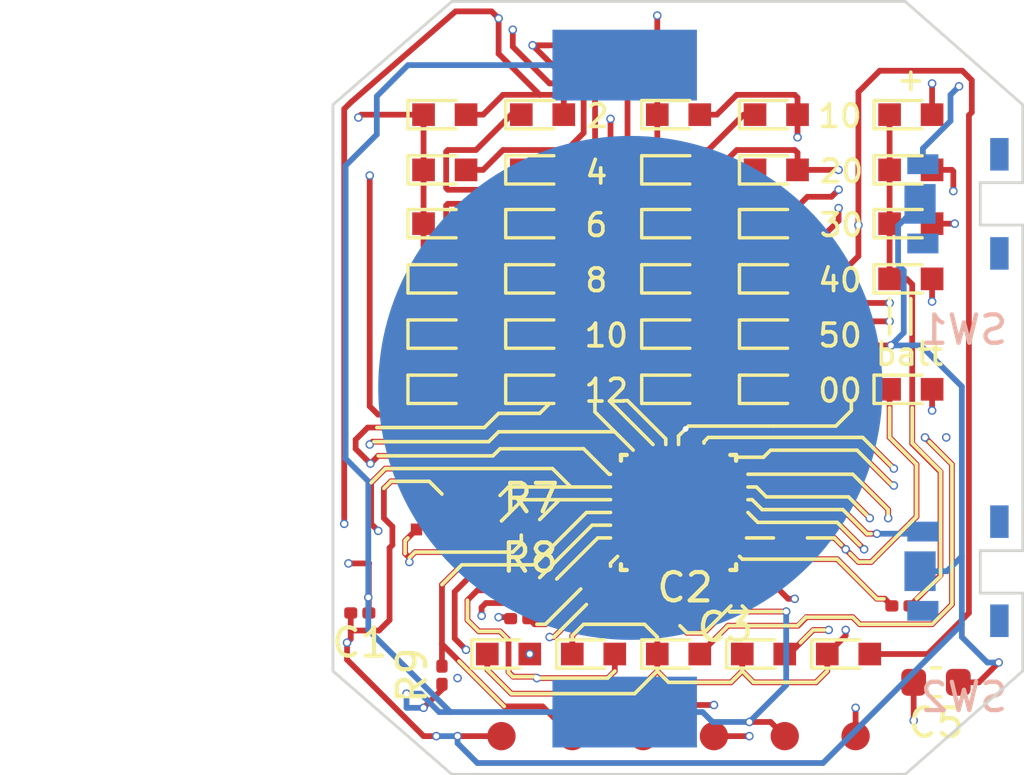
<source format=kicad_pcb>
(kicad_pcb (version 20171130) (host pcbnew "(5.1.2-1)-1")
  (layers (0 F.Cu signal) (1 In1.Cu signal hide) (2 In2.Cu signal hide) (31 B.Cu signal hide) (34 B.Paste user hide) (35 F.Paste user hide) (36 B.SilkS user hide) (37 F.SilkS user hide) (38 B.Mask user hide) (39 F.Mask user hide) (44 Edge.Cuts user))
  (net 0 "")
  (net 1 /ROW_0)
  (net 2 "Net-(D1-Pad1)")
  (net 3 /ROW_1)
  (net 4 /ROW_2)
  (net 5 /ROW_3)
  (net 6 /ROW_4)
  (net 7 /ROW_5)
  (net 8 "Net-(D10-Pad1)")
  (net 9 "Net-(D13-Pad1)")
  (net 10 "Net-(D19-Pad1)")
  (net 11 "Net-(D25-Pad1)")
  (net 12 "Net-(D29-Pad1)")
  (net 13 "Net-(IC1-Pad1)")
  (net 14 "Net-(IC1-Pad8)")
  (net 15 "Net-(J1-Pad1)")
  (net 16 "Net-(J1-Pad3)")
  (net 17 "Net-(J1-Pad5)")
  (net 18 "Net-(J1-Pad4)")
  (net 19 /COL_0)
  (net 20 /COL_1)
  (net 21 /COL_2)
  (net 22 /COL_3)
  (net 23 /COL_4)
  (net 24 /COL_5)
  (net 25 "Net-(SW1-Pad1)")
  (net 26 "Net-(SW2-Pad1)")
  (net 27 "Net-(BAT1-PadPos1)")
  (net 28 GND)
  (module Resistor_SMD:R_0201_0603Metric (layer F.Cu) (at 165.5 88.2 180)
    (fp_text reference R7 (at 0 -1.05) (layer F.SilkS))
    (fp_text value 10K)
    (pad 2 smd roundrect (at 0.32 0 180) (size 0.46 0.4) (layers F.Cu F.Mask) (net 27 "Net-(BAT1-PadPos1)"))
    (pad 1 smd roundrect (at -0.32 0 180) (size 0.46 0.4) (layers F.Cu F.Mask) (net 13 "Net-(IC1-Pad1)"))
  )
  (module Resistor_SMD:R_0201_0603Metric (layer F.Cu) (at 165.45 90.3 180)
    (fp_text reference R8 (at 0 -1.05) (layer F.SilkS))
    (fp_text value 10K)
    (pad 1 smd roundrect (at -0.32 0 180) (size 0.46 0.4) (layers F.Cu F.Mask) (net 14 "Net-(IC1-Pad8)"))
    (pad 2 smd roundrect (at 0.32 0 180) (size 0.46 0.4) (layers F.Cu F.Mask) (net 27 "Net-(BAT1-PadPos1)"))
  )
  (module Source_Footprints:CR2016 (layer F.Cu) (at 168.8 85.35 90)
    (fp_text reference BAT1 hide)
    (fp_text value CR2016)
    (pad Neg1 smd circle (at 0 0.2 90) (size 17.8 17.8) (layers B.Cu B.Paste B.Mask) (net 28 GND))
    (pad Pos1 smd rect (at -11.45 0 90) (size 2.5 5.1) (layers B.Cu B.Paste B.Mask) (net 27 "Net-(BAT1-PadPos1)"))
    (pad Pos1 smd rect (at 11.4 0 90) (size 2.5 5.1) (layers B.Cu B.Paste B.Mask) (net 27 "Net-(BAT1-PadPos1)"))
  )
  (module Capacitor_SMD:C_0603_1608Metric (layer F.Cu) (at 179.7875 95.75 180)
    (fp_text reference C5 (at 0 -1.43) (layer F.SilkS))
    (fp_text value 22uF)
    (pad 2 smd roundrect (at 0.7875 0 180) (size 0.875 0.95) (layers F.Cu F.Paste F.Mask) (net 27 "Net-(BAT1-PadPos1)"))
    (pad 1 smd roundrect (at -0.7875 0 180) (size 0.875 0.95) (layers F.Cu F.Paste F.Mask) (net 28 GND))
  )
  (module Capacitor_SMD:C_0201_0603Metric (layer F.Cu) (at 172.35 92.75 180)
    (fp_text reference C3 (at 0 -1.05) (layer F.SilkS))
    (fp_text value 100nF)
    (pad 2 smd roundrect (at 0.32 0 180) (size 0.46 0.4) (layers F.Cu F.Mask) (net 28 GND))
    (pad 1 smd roundrect (at -0.32 0 180) (size 0.46 0.4) (layers F.Cu F.Mask) (net 27 "Net-(BAT1-PadPos1)"))
  )
  (module Capacitor_SMD:C_0201_0603Metric (layer F.Cu) (at 170.93 93.45)
    (fp_text reference C2 (at 0 -1.05) (layer F.SilkS))
    (fp_text value 10nF)
    (pad 2 smd roundrect (at 0.32 0) (size 0.46 0.4) (layers F.Cu F.Mask) (net 28 GND))
    (pad 1 smd roundrect (at -0.32 0) (size 0.46 0.4) (layers F.Cu F.Mask) (net 27 "Net-(BAT1-PadPos1)"))
  )
  (module Capacitor_SMD:C_0201_0603Metric (layer F.Cu) (at 159.45 93.3 180)
    (fp_text reference C1 (at 0 -1.05) (layer F.SilkS))
    (fp_text value 100nF)
    (pad 2 smd roundrect (at 0.32 0 180) (size 0.46 0.4) (layers F.Cu F.Mask) (net 28 GND))
    (pad 1 smd roundrect (at -0.32 0 180) (size 0.46 0.4) (layers F.Cu F.Mask) (net 27 "Net-(BAT1-PadPos1)"))
  )
  (module Source_Footprints:Switch_SPSTnew (layer F.Cu) (at 181.875 75.95)
    (fp_text reference SW1 (at -1.1 7.35) (layer B.SilkS) (effects (justify mirror)))
    (fp_text value SW_SPST)
    (pad 1 smd rect (at -2.55 1.5 90) (size 0.7 1.1) (layers B.Cu B.Paste B.Mask) (net 25 "Net-(SW1-Pad1)"))
    (pad 2 smd rect (at -2.65 2.9) (size 1.1 1.4) (layers B.Cu B.Paste B.Mask) (net 28 GND))
    (pad 3 smd rect (at -2.55 4.3 90) (size 0.7 1.1) (layers B.Cu B.Paste B.Mask))
    (pad 4 smd rect (at 0.15 1.15 90) (size 1.15 0.65) (layers B.Cu B.Paste B.Mask))
    (pad 5 smd rect (at 0.15 4.65 90) (size 1.15 0.65) (layers B.Cu B.Paste B.Mask))
  )
  (module Source_Footprints:Switch_SPSTnew (layer F.Cu) (at 181.875 88.925)
    (fp_text reference SW2 (at -1.1 7.35) (layer B.SilkS) (effects (justify mirror)))
    (fp_text value SW_SPST)
    (pad 1 smd rect (at -2.55 1.5 90) (size 0.7 1.1) (layers B.Cu B.Paste B.Mask) (net 26 "Net-(SW2-Pad1)"))
    (pad 2 smd rect (at -2.65 2.9) (size 1.1 1.4) (layers B.Cu B.Paste B.Mask) (net 28 GND))
    (pad 3 smd rect (at -2.55 4.3 90) (size 0.7 1.1) (layers B.Cu B.Paste B.Mask))
    (pad 4 smd rect (at 0.15 1.15 90) (size 1.15 0.65) (layers B.Cu B.Paste B.Mask))
    (pad 5 smd rect (at 0.15 4.65 90) (size 1.15 0.65) (layers B.Cu B.Paste B.Mask))
  )
  (module Source_Footprints:ICSP (layer F.Cu) (at 147 90.75 270)
    (fp_text reference J1 hide)
    (fp_text value ICSP-6)
    (pad 4 smd circle (at 6.9 -22.45 270) (size 1 1) (layers F.Cu F.Paste F.Mask) (net 18 "Net-(J1-Pad4)"))
    (pad 5 smd circle (at 6.9 -19.95 270) (size 1 1) (layers F.Cu F.Paste F.Mask) (net 17 "Net-(J1-Pad5)"))
    (pad 6 smd circle (at 6.9 -17.45 270) (size 1 1) (layers F.Cu F.Paste F.Mask) (net 28 GND))
    (pad 3 smd circle (at 6.9 -24.95 270) (size 1 1) (layers F.Cu F.Paste F.Mask) (net 16 "Net-(J1-Pad3)"))
    (pad 2 smd circle (at 6.9 -27.45 270) (size 1 1) (layers F.Cu F.Paste F.Mask) (net 27 "Net-(BAT1-PadPos1)"))
    (pad 1 smd circle (at 6.9 -29.95 270) (size 1 1) (layers F.Cu F.Paste F.Mask) (net 15 "Net-(J1-Pad1)"))
  )
  (module Source_Footprints:LED_0603 (layer F.Cu) (at 178.9 85.4)
    (fp_text reference D34 hide)
    (fp_text value RED_BATT)
    (pad 2 smd rect (at 0.75 0) (size 0.8 0.8) (layers F.Cu F.Paste F.Mask) (net 7 /ROW_5))
    (pad 1 smd rect (at -0.75 0) (size 0.8 0.8) (layers F.Cu F.Paste F.Mask) (net 12 "Net-(D29-Pad1)"))
  )
  (module Source_Footprints:LED_0603 (layer F.Cu) (at 174.15 75.7)
    (fp_text reference D19 hide)
    (fp_text value BLUE_MIN)
    (pad 2 smd rect (at 0.75 0) (size 0.8 0.8) (layers F.Cu F.Paste F.Mask) (net 1 /ROW_0))
    (pad 1 smd rect (at -0.75 0) (size 0.8 0.8) (layers F.Cu F.Paste F.Mask) (net 10 "Net-(D19-Pad1)"))
  )
  (module Resistor_SMD:R_0201_0603Metric (layer F.Cu) (at 162.35 95.5 90)
    (fp_text reference R9 (at 0 -1.05 90) (layer F.SilkS))
    (fp_text value 10K)
    (pad 2 smd roundrect (at 0.32 0 90) (size 0.46 0.4) (layers F.Cu F.Mask) (net 17 "Net-(J1-Pad5)"))
    (pad 1 smd roundrect (at -0.32 0 90) (size 0.46 0.4) (layers F.Cu F.Mask) (net 27 "Net-(BAT1-PadPos1)"))
  )
  (module Resistor_SMD:R_0201_0603Metric (layer F.Cu) (at 174.65 90.65)
    (fp_text reference R6 hide)
    (fp_text value 2K5)
    (pad 1 smd roundrect (at -0.32 0) (size 0.46 0.4) (layers F.Cu F.Mask) (net 24 /COL_5))
    (pad 2 smd roundrect (at 0.32 0) (size 0.46 0.4) (layers F.Cu F.Mask) (net 12 "Net-(D29-Pad1)"))
  )
  (module Resistor_SMD:R_0201_0603Metric (layer F.Cu) (at 178.55 93.05)
    (fp_text reference R5 hide)
    (fp_text value 1K33)
    (pad 1 smd roundrect (at -0.32 0) (size 0.46 0.4) (layers F.Cu F.Mask) (net 23 /COL_4))
    (pad 2 smd roundrect (at 0.32 0) (size 0.46 0.4) (layers F.Cu F.Mask) (net 11 "Net-(D25-Pad1)"))
  )
  (module Resistor_SMD:R_0201_0603Metric (layer F.Cu) (at 173.75 92.3)
    (fp_text reference R4 hide)
    (fp_text value 1K5)
    (pad 1 smd roundrect (at -0.32 0) (size 0.46 0.4) (layers F.Cu F.Mask) (net 22 /COL_3))
    (pad 2 smd roundrect (at 0.32 0) (size 0.46 0.4) (layers F.Cu F.Mask) (net 10 "Net-(D19-Pad1)"))
  )
  (module QFN45P400X400X100-29N:QFN45P400X400X100-29N (layer F.Cu) (at 170.7 89.75 90)
    (fp_text reference U1 hide)
    (fp_text value ATmega328-MMH hide)
    (pad 1 smd rect (at -1.9558 -1.3462) (size 0.2794 0.762) (layers F.Cu F.Paste F.Mask) (net 20 /COL_1))
    (pad 2 smd rect (at -1.9558 -0.889) (size 0.2794 0.762) (layers F.Cu F.Paste F.Mask) (net 21 /COL_2))
    (pad 3 smd rect (at -1.9558 -0.4572) (size 0.2794 0.762) (layers F.Cu F.Paste F.Mask) (net 27 "Net-(BAT1-PadPos1)"))
    (pad 4 smd rect (at -1.9558 0) (size 0.2794 0.762) (layers F.Cu F.Paste F.Mask) (net 28 GND))
    (pad 5 smd rect (at -1.9558 0.4572) (size 0.2794 0.762) (layers F.Cu F.Paste F.Mask))
    (pad 6 smd rect (at -1.9558 0.889) (size 0.2794 0.762) (layers F.Cu F.Paste F.Mask))
    (pad 7 smd rect (at -1.9558 1.3462) (size 0.2794 0.762) (layers F.Cu F.Paste F.Mask) (net 22 /COL_3))
    (pad 8 smd rect (at -1.3462 1.9558 270) (size 0.2794 0.762) (layers F.Cu F.Paste F.Mask) (net 23 /COL_4))
    (pad 9 smd rect (at -0.889 1.9558 270) (size 0.2794 0.762) (layers F.Cu F.Paste F.Mask) (net 24 /COL_5))
    (pad 10 smd rect (at -0.4572 1.9558 270) (size 0.2794 0.762) (layers F.Cu F.Paste F.Mask))
    (pad 11 smd rect (at 0 1.9558 270) (size 0.2794 0.762) (layers F.Cu F.Paste F.Mask) (net 25 "Net-(SW1-Pad1)"))
    (pad 12 smd rect (at 0.4572 1.9558 270) (size 0.2794 0.762) (layers F.Cu F.Paste F.Mask) (net 26 "Net-(SW2-Pad1)"))
    (pad 13 smd rect (at 0.889 1.9558 270) (size 0.2794 0.762) (layers F.Cu F.Paste F.Mask) (net 18 "Net-(J1-Pad4)"))
    (pad 14 smd rect (at 1.3462 1.9558 270) (size 0.2794 0.762) (layers F.Cu F.Paste F.Mask) (net 15 "Net-(J1-Pad1)"))
    (pad 15 smd rect (at 1.9558 1.3462) (size 0.2794 0.762) (layers F.Cu F.Paste F.Mask) (net 16 "Net-(J1-Pad3)"))
    (pad 16 smd rect (at 1.9558 0.889) (size 0.2794 0.762) (layers F.Cu F.Paste F.Mask) (net 27 "Net-(BAT1-PadPos1)"))
    (pad 17 smd rect (at 1.9558 0.4572) (size 0.2794 0.762) (layers F.Cu F.Paste F.Mask))
    (pad 18 smd rect (at 1.9558 0) (size 0.2794 0.762) (layers F.Cu F.Paste F.Mask) (net 28 GND))
    (pad 19 smd rect (at 1.9558 -0.4572) (size 0.2794 0.762) (layers F.Cu F.Paste F.Mask) (net 4 /ROW_2))
    (pad 20 smd rect (at 1.9558 -0.889) (size 0.2794 0.762) (layers F.Cu F.Paste F.Mask) (net 5 /ROW_3))
    (pad 21 smd rect (at 1.9558 -1.3462) (size 0.2794 0.762) (layers F.Cu F.Paste F.Mask) (net 6 /ROW_4))
    (pad 22 smd rect (at 1.3462 -1.9558 270) (size 0.2794 0.762) (layers F.Cu F.Paste F.Mask) (net 7 /ROW_5))
    (pad 23 smd rect (at 0.889 -1.9558 270) (size 0.2794 0.762) (layers F.Cu F.Paste F.Mask) (net 13 "Net-(IC1-Pad1)"))
    (pad 24 smd rect (at 0.4572 -1.9558 270) (size 0.2794 0.762) (layers F.Cu F.Paste F.Mask) (net 14 "Net-(IC1-Pad8)"))
    (pad 25 smd rect (at 0 -1.9558 270) (size 0.2794 0.762) (layers F.Cu F.Paste F.Mask) (net 17 "Net-(J1-Pad5)"))
    (pad 26 smd rect (at -0.4572 -1.9558 270) (size 0.2794 0.762) (layers F.Cu F.Paste F.Mask) (net 1 /ROW_0))
    (pad 27 smd rect (at -0.889 -1.9558 270) (size 0.2794 0.762) (layers F.Cu F.Paste F.Mask) (net 3 /ROW_1))
    (pad 28 smd rect (at -1.3462 -1.9558 270) (size 0.2794 0.762) (layers F.Cu F.Paste F.Mask) (net 19 /COL_0))
    (pad 29 smd rect (at 0 0 90) (size 2.3876 2.3876) (layers F.Cu F.Paste F.Mask) (net 28 GND))
  )
  (module Resistor_SMD:R_0201_0603Metric (layer F.Cu) (at 169.5 93 180)
    (fp_text reference R3 hide)
    (fp_text value 1K5)
    (pad 1 smd roundrect (at -0.32 0 180) (size 0.46 0.4) (layers F.Cu F.Mask) (net 21 /COL_2))
    (pad 2 smd roundrect (at 0.32 0 180) (size 0.46 0.4) (layers F.Cu F.Mask) (net 9 "Net-(D13-Pad1)"))
  )
  (module Resistor_SMD:R_0201_0603Metric (layer F.Cu) (at 165.095 93.5 180)
    (fp_text reference R2 hide)
    (fp_text value 2K5)
    (pad 1 smd roundrect (at -0.32 0 180) (size 0.46 0.4) (layers F.Cu F.Mask) (net 20 /COL_1))
    (pad 2 smd roundrect (at 0.32 0 180) (size 0.46 0.4) (layers F.Cu F.Mask) (net 8 "Net-(D10-Pad1)"))
  )
  (module Resistor_SMD:R_0201_0603Metric (layer F.Cu) (at 167.95 91.9 180)
    (fp_text reference R1 hide)
    (fp_text value 2K5)
    (pad 1 smd roundrect (at -0.32 0 180) (size 0.46 0.4) (layers F.Cu F.Mask) (net 19 /COL_0))
    (pad 2 smd roundrect (at 0.32 0 180) (size 0.46 0.4) (layers F.Cu F.Mask) (net 2 "Net-(D1-Pad1)"))
  )
  (module Source_Footprints:LED_0603 (layer F.Cu) (at 178.9 77.65)
    (fp_text reference D26 hide)
    (fp_text value WHITE_+MIN)
    (pad 2 smd rect (at 0.75 0) (size 0.8 0.8) (layers F.Cu F.Paste F.Mask) (net 3 /ROW_1))
    (pad 1 smd rect (at -0.75 0) (size 0.8 0.8) (layers F.Cu F.Paste F.Mask) (net 11 "Net-(D25-Pad1)"))
  )
  (module Source_Footprints:LED_0603 (layer F.Cu) (at 162.45 75.7)
    (fp_text reference D1 hide)
    (fp_text value RED_HR)
    (pad 2 smd rect (at 0.75 0) (size 0.8 0.8) (layers F.Cu F.Paste F.Mask) (net 1 /ROW_0))
    (pad 1 smd rect (at -0.75 0) (size 0.8 0.8) (layers F.Cu F.Paste F.Mask) (net 2 "Net-(D1-Pad1)"))
  )
  (module Source_Footprints:LED_0603 (layer F.Cu) (at 162.45 77.65)
    (fp_text reference D2 hide)
    (fp_text value RED_HR)
    (pad 2 smd rect (at 0.75 0) (size 0.8 0.8) (layers F.Cu F.Paste F.Mask) (net 3 /ROW_1))
    (pad 1 smd rect (at -0.75 0) (size 0.8 0.8) (layers F.Cu F.Paste F.Mask) (net 2 "Net-(D1-Pad1)"))
  )
  (module Source_Footprints:LED_0603 (layer F.Cu) (at 162.45 79.55)
    (fp_text reference D3 hide)
    (fp_text value RED_HR)
    (pad 2 smd rect (at 0.75 0) (size 0.8 0.8) (layers F.Cu F.Paste F.Mask) (net 4 /ROW_2))
    (pad 1 smd rect (at -0.75 0) (size 0.8 0.8) (layers F.Cu F.Paste F.Mask) (net 2 "Net-(D1-Pad1)"))
  )
  (module Source_Footprints:LED_0603 (layer F.Cu) (at 162.45 81.5)
    (fp_text reference D4 hide)
    (fp_text value RED_HR)
    (pad 2 smd rect (at 0.75 0) (size 0.8 0.8) (layers F.Cu F.Paste F.Mask) (net 5 /ROW_3))
    (pad 1 smd rect (at -0.75 0) (size 0.8 0.8) (layers F.Cu F.Paste F.Mask) (net 2 "Net-(D1-Pad1)"))
  )
  (module Source_Footprints:LED_0603 (layer F.Cu) (at 162.45 83.45)
    (fp_text reference D5 hide)
    (fp_text value RED_HR)
    (pad 2 smd rect (at 0.75 0) (size 0.8 0.8) (layers F.Cu F.Paste F.Mask) (net 6 /ROW_4))
    (pad 1 smd rect (at -0.75 0) (size 0.8 0.8) (layers F.Cu F.Paste F.Mask) (net 2 "Net-(D1-Pad1)"))
  )
  (module Source_Footprints:LED_0603 (layer F.Cu) (at 162.45 85.4)
    (fp_text reference D6 hide)
    (fp_text value RED_HR)
    (pad 2 smd rect (at 0.75 0) (size 0.8 0.8) (layers F.Cu F.Paste F.Mask) (net 7 /ROW_5))
    (pad 1 smd rect (at -0.75 0) (size 0.8 0.8) (layers F.Cu F.Paste F.Mask) (net 2 "Net-(D1-Pad1)"))
  )
  (module Source_Footprints:LED_0603 (layer F.Cu) (at 165.9 75.7)
    (fp_text reference D7 hide)
    (fp_text value RED_HR)
    (pad 2 smd rect (at 0.75 0) (size 0.8 0.8) (layers F.Cu F.Paste F.Mask) (net 1 /ROW_0))
    (pad 1 smd rect (at -0.75 0) (size 0.8 0.8) (layers F.Cu F.Paste F.Mask) (net 8 "Net-(D10-Pad1)"))
  )
  (module Source_Footprints:LED_0603 (layer F.Cu) (at 165.9 77.65)
    (fp_text reference D8 hide)
    (fp_text value RED_HR)
    (pad 2 smd rect (at 0.75 0) (size 0.8 0.8) (layers F.Cu F.Paste F.Mask) (net 3 /ROW_1))
    (pad 1 smd rect (at -0.75 0) (size 0.8 0.8) (layers F.Cu F.Paste F.Mask) (net 8 "Net-(D10-Pad1)"))
  )
  (module Source_Footprints:LED_0603 (layer F.Cu) (at 165.9 79.55)
    (fp_text reference D9 hide)
    (fp_text value RED_HR)
    (pad 2 smd rect (at 0.75 0) (size 0.8 0.8) (layers F.Cu F.Paste F.Mask) (net 4 /ROW_2))
    (pad 1 smd rect (at -0.75 0) (size 0.8 0.8) (layers F.Cu F.Paste F.Mask) (net 8 "Net-(D10-Pad1)"))
  )
  (module Source_Footprints:LED_0603 (layer F.Cu) (at 165.9 81.5)
    (fp_text reference D10 hide)
    (fp_text value RED_HR)
    (pad 2 smd rect (at 0.75 0) (size 0.8 0.8) (layers F.Cu F.Paste F.Mask) (net 5 /ROW_3))
    (pad 1 smd rect (at -0.75 0) (size 0.8 0.8) (layers F.Cu F.Paste F.Mask) (net 8 "Net-(D10-Pad1)"))
  )
  (module Source_Footprints:LED_0603 (layer F.Cu) (at 165.9 83.45)
    (fp_text reference D11 hide)
    (fp_text value RED_HR)
    (pad 2 smd rect (at 0.75 0) (size 0.8 0.8) (layers F.Cu F.Paste F.Mask) (net 6 /ROW_4))
    (pad 1 smd rect (at -0.75 0) (size 0.8 0.8) (layers F.Cu F.Paste F.Mask) (net 8 "Net-(D10-Pad1)"))
  )
  (module Source_Footprints:LED_0603 (layer F.Cu) (at 165.9 85.4)
    (fp_text reference D12 hide)
    (fp_text value RED_HR)
    (pad 2 smd rect (at 0.75 0) (size 0.8 0.8) (layers F.Cu F.Paste F.Mask) (net 7 /ROW_5))
    (pad 1 smd rect (at -0.75 0) (size 0.8 0.8) (layers F.Cu F.Paste F.Mask) (net 8 "Net-(D10-Pad1)"))
  )
  (module Source_Footprints:LED_0603 (layer F.Cu) (at 170.7 75.7)
    (fp_text reference D13 hide)
    (fp_text value BLUE_MIN)
    (pad 2 smd rect (at 0.75 0) (size 0.8 0.8) (layers F.Cu F.Paste F.Mask) (net 1 /ROW_0))
    (pad 1 smd rect (at -0.75 0) (size 0.8 0.8) (layers F.Cu F.Paste F.Mask) (net 9 "Net-(D13-Pad1)"))
  )
  (module Source_Footprints:LED_0603 (layer F.Cu) (at 170.7 77.65)
    (fp_text reference D14 hide)
    (fp_text value BLUE_MIN)
    (pad 2 smd rect (at 0.75 0) (size 0.8 0.8) (layers F.Cu F.Paste F.Mask) (net 3 /ROW_1))
    (pad 1 smd rect (at -0.75 0) (size 0.8 0.8) (layers F.Cu F.Paste F.Mask) (net 9 "Net-(D13-Pad1)"))
  )
  (module Source_Footprints:LED_0603 (layer F.Cu) (at 170.7 79.55)
    (fp_text reference D15 hide)
    (fp_text value BLUE_MIN)
    (pad 2 smd rect (at 0.75 0) (size 0.8 0.8) (layers F.Cu F.Paste F.Mask) (net 4 /ROW_2))
    (pad 1 smd rect (at -0.75 0) (size 0.8 0.8) (layers F.Cu F.Paste F.Mask) (net 9 "Net-(D13-Pad1)"))
  )
  (module Source_Footprints:LED_0603 (layer F.Cu) (at 170.7 81.5)
    (fp_text reference D16 hide)
    (fp_text value BLUE_MIN)
    (pad 2 smd rect (at 0.75 0) (size 0.8 0.8) (layers F.Cu F.Paste F.Mask) (net 5 /ROW_3))
    (pad 1 smd rect (at -0.75 0) (size 0.8 0.8) (layers F.Cu F.Paste F.Mask) (net 9 "Net-(D13-Pad1)"))
  )
  (module Source_Footprints:LED_0603 (layer F.Cu) (at 170.7 83.45)
    (fp_text reference D17 hide)
    (fp_text value BLUE_MIN)
    (pad 2 smd rect (at 0.75 0) (size 0.8 0.8) (layers F.Cu F.Paste F.Mask) (net 6 /ROW_4))
    (pad 1 smd rect (at -0.75 0) (size 0.8 0.8) (layers F.Cu F.Paste F.Mask) (net 9 "Net-(D13-Pad1)"))
  )
  (module Source_Footprints:LED_0603 (layer F.Cu) (at 170.7 85.4)
    (fp_text reference D18 hide)
    (fp_text value BLUE_MIN)
    (pad 2 smd rect (at 0.75 0) (size 0.8 0.8) (layers F.Cu F.Paste F.Mask) (net 7 /ROW_5))
    (pad 1 smd rect (at -0.75 0) (size 0.8 0.8) (layers F.Cu F.Paste F.Mask) (net 9 "Net-(D13-Pad1)"))
  )
  (module Source_Footprints:LED_0603 (layer F.Cu) (at 174.15 77.65)
    (fp_text reference D20 hide)
    (fp_text value BLUE_MIN)
    (pad 2 smd rect (at 0.75 0) (size 0.8 0.8) (layers F.Cu F.Paste F.Mask) (net 3 /ROW_1))
    (pad 1 smd rect (at -0.75 0) (size 0.8 0.8) (layers F.Cu F.Paste F.Mask) (net 10 "Net-(D19-Pad1)"))
  )
  (module Source_Footprints:LED_0603 (layer F.Cu) (at 174.15 79.55)
    (fp_text reference D21 hide)
    (fp_text value BLUE_MIN)
    (pad 2 smd rect (at 0.75 0) (size 0.8 0.8) (layers F.Cu F.Paste F.Mask) (net 4 /ROW_2))
    (pad 1 smd rect (at -0.75 0) (size 0.8 0.8) (layers F.Cu F.Paste F.Mask) (net 10 "Net-(D19-Pad1)"))
  )
  (module Source_Footprints:LED_0603 (layer F.Cu) (at 174.15 81.5)
    (fp_text reference D22 hide)
    (fp_text value BLUE_MIN)
    (pad 2 smd rect (at 0.75 0) (size 0.8 0.8) (layers F.Cu F.Paste F.Mask) (net 5 /ROW_3))
    (pad 1 smd rect (at -0.75 0) (size 0.8 0.8) (layers F.Cu F.Paste F.Mask) (net 10 "Net-(D19-Pad1)"))
  )
  (module Source_Footprints:LED_0603 (layer F.Cu) (at 174.15 83.45)
    (fp_text reference D23 hide)
    (fp_text value BLUE_MIN)
    (pad 2 smd rect (at 0.75 0) (size 0.8 0.8) (layers F.Cu F.Paste F.Mask) (net 6 /ROW_4))
    (pad 1 smd rect (at -0.75 0) (size 0.8 0.8) (layers F.Cu F.Paste F.Mask) (net 10 "Net-(D19-Pad1)"))
  )
  (module Source_Footprints:LED_0603 (layer F.Cu) (at 174.15 85.4)
    (fp_text reference D24 hide)
    (fp_text value BLUE_MIN)
    (pad 2 smd rect (at 0.75 0) (size 0.8 0.8) (layers F.Cu F.Paste F.Mask) (net 7 /ROW_5))
    (pad 1 smd rect (at -0.75 0) (size 0.8 0.8) (layers F.Cu F.Paste F.Mask) (net 10 "Net-(D19-Pad1)"))
  )
  (module Source_Footprints:LED_0603 (layer F.Cu) (at 178.9 75.7)
    (fp_text reference D25 hide)
    (fp_text value WHITE_+MIN)
    (pad 2 smd rect (at 0.75 0) (size 0.8 0.8) (layers F.Cu F.Paste F.Mask) (net 1 /ROW_0))
    (pad 1 smd rect (at -0.75 0) (size 0.8 0.8) (layers F.Cu F.Paste F.Mask) (net 11 "Net-(D25-Pad1)"))
  )
  (module Source_Footprints:LED_0603 (layer F.Cu) (at 178.9 79.55)
    (fp_text reference D27 hide)
    (fp_text value WHITE_+MIN)
    (pad 2 smd rect (at 0.75 0) (size 0.8 0.8) (layers F.Cu F.Paste F.Mask) (net 4 /ROW_2))
    (pad 1 smd rect (at -0.75 0) (size 0.8 0.8) (layers F.Cu F.Paste F.Mask) (net 11 "Net-(D25-Pad1)"))
  )
  (module Source_Footprints:LED_0603 (layer F.Cu) (at 178.9 81.5)
    (fp_text reference D28 hide)
    (fp_text value WHITE_+MIN)
    (pad 2 smd rect (at 0.75 0) (size 0.8 0.8) (layers F.Cu F.Paste F.Mask) (net 5 /ROW_3))
    (pad 1 smd rect (at -0.75 0) (size 0.8 0.8) (layers F.Cu F.Paste F.Mask) (net 11 "Net-(D25-Pad1)"))
  )
  (module Source_Footprints:LED_0603 (layer F.Cu) (at 164.7 94.75)
    (fp_text reference D29 hide)
    (fp_text value RED_DAY)
    (pad 2 smd rect (at 0.75 0) (size 0.8 0.8) (layers F.Cu F.Paste F.Mask) (net 1 /ROW_0))
    (pad 1 smd rect (at -0.75 0) (size 0.8 0.8) (layers F.Cu F.Paste F.Mask) (net 12 "Net-(D29-Pad1)"))
  )
  (module Source_Footprints:LED_0603 (layer F.Cu) (at 167.7 94.75)
    (fp_text reference D30 hide)
    (fp_text value RED_DAY)
    (pad 2 smd rect (at 0.75 0) (size 0.8 0.8) (layers F.Cu F.Paste F.Mask) (net 3 /ROW_1))
    (pad 1 smd rect (at -0.75 0) (size 0.8 0.8) (layers F.Cu F.Paste F.Mask) (net 12 "Net-(D29-Pad1)"))
  )
  (module Source_Footprints:LED_0603 (layer F.Cu) (at 170.7 94.75)
    (fp_text reference D31 hide)
    (fp_text value RED_DAY)
    (pad 2 smd rect (at 0.75 0) (size 0.8 0.8) (layers F.Cu F.Paste F.Mask) (net 4 /ROW_2))
    (pad 1 smd rect (at -0.75 0) (size 0.8 0.8) (layers F.Cu F.Paste F.Mask) (net 12 "Net-(D29-Pad1)"))
  )
  (module Source_Footprints:LED_0603 (layer F.Cu) (at 173.7 94.75)
    (fp_text reference D32 hide)
    (fp_text value RED_DAY)
    (pad 2 smd rect (at 0.75 0) (size 0.8 0.8) (layers F.Cu F.Paste F.Mask) (net 5 /ROW_3))
    (pad 1 smd rect (at -0.75 0) (size 0.8 0.8) (layers F.Cu F.Paste F.Mask) (net 12 "Net-(D29-Pad1)"))
  )
  (module Source_Footprints:LED_0603 (layer F.Cu) (at 176.7 94.75)
    (fp_text reference D33 hide)
    (fp_text value RED_DAY)
    (pad 2 smd rect (at 0.75 0) (size 0.8 0.8) (layers F.Cu F.Paste F.Mask) (net 6 /ROW_4))
    (pad 1 smd rect (at -0.75 0) (size 0.8 0.8) (layers F.Cu F.Paste F.Mask) (net 12 "Net-(D29-Pad1)"))
  )
  (module M41T62LC6F:LCC90P230X50X80-8N (layer F.Cu) (at 162.8 89.9 180)
    (fp_text reference IC1 hide)
    (fp_text value M41T62LC6F hide)
    (pad 4 smd rect (at 1.35 0.45 180) (size 0.4 0.42) (layers F.Cu F.Paste F.Mask))
    (pad 3 smd rect (at 0.45 0.45 180) (size 0.4 0.42) (layers F.Cu F.Paste F.Mask) (net 28 GND))
    (pad 2 smd rect (at -0.45 0.45 180) (size 0.4 0.42) (layers F.Cu F.Paste F.Mask))
    (pad 1 smd rect (at -1.35 0.45 180) (size 0.4 0.42) (layers F.Cu F.Paste F.Mask) (net 13 "Net-(IC1-Pad1)"))
    (pad 5 smd rect (at 1.35 -0.45 180) (size 0.4 0.42) (layers F.Cu F.Paste F.Mask) (net 27 "Net-(BAT1-PadPos1)"))
    (pad 6 smd rect (at 0.45 -0.45 180) (size 0.4 0.42) (layers F.Cu F.Paste F.Mask))
    (pad 7 smd rect (at -0.45 -0.45 180) (size 0.4 0.42) (layers F.Cu F.Paste F.Mask))
    (pad 8 smd rect (at -1.35 -0.45 180) (size 0.4 0.42) (layers F.Cu F.Paste F.Mask) (net 14 "Net-(IC1-Pad8)"))
  )
  (gr_line (start 161.05 90.75) (end 161.05 91.2) (layer F.SilkS) (width 0.127))
  (gr_line (start 161.15 90.65) (end 161.05 90.75) (layer F.SilkS) (width 0.127))
  (gr_line (start 173.15 93.25) (end 172.95 93.05) (layer F.SilkS) (width 0.127))
  (gr_line (start 174.35 93.25) (end 173.15 93.25) (layer F.SilkS) (width 0.127))
  (gr_line (start 163.25 93.55) (end 163.25 92.85) (layer F.SilkS) (width 0.127))
  (gr_line (start 166.3 94.15) (end 167.45 93) (layer F.SilkS) (width 0.127))
  (gr_line (start 166.25 94.15) (end 166.3 94.15) (layer F.SilkS) (width 0.127))
  (gr_line (start 166 93.7) (end 167.25 92.45) (layer F.SilkS) (width 0.127))
  (gr_line (start 165.7 93.7) (end 166 93.7) (layer F.SilkS) (width 0.127))
  (gr_line (start 165.15 90.85) (end 165.15 90.55) (layer F.SilkS) (width 0.127))
  (gr_line (start 164.85 91.15) (end 165.15 90.85) (layer F.SilkS) (width 0.127))
  (gr_line (start 161.4 91.15) (end 164.85 91.15) (layer F.SilkS) (width 0.127))
  (gr_line (start 161.2 91.35) (end 161.4 91.15) (layer F.SilkS) (width 0.127))
  (gr_line (start 168.3 91.55) (end 168.3 91.65) (layer F.SilkS) (width 0.127))
  (gr_line (start 168.55 91.3) (end 168.3 91.55) (layer F.SilkS) (width 0.127))
  (gr_line (start 167.85 90.65) (end 166.4 92.1) (layer F.SilkS) (width 0.127))
  (gr_line (start 167.65 90.2) (end 165.8 92.05) (layer F.SilkS) (width 0.127))
  (gr_line (start 163.05 91.6) (end 162.35 92.3) (layer F.SilkS) (width 0.127))
  (gr_line (start 165.6 91.6) (end 163.05 91.6) (layer F.SilkS) (width 0.127))
  (gr_line (start 167.45 89.75) (end 165.6 91.6) (layer F.SilkS) (width 0.127))
  (gr_line (start 166.45 89.35) (end 165.8 90) (layer F.SilkS) (width 0.127))
  (gr_line (start 165.2 89.3) (end 164.45 90.05) (layer F.SilkS) (width 0.127))
  (gr_line (start 160.35 88.2) (end 159.85 88.7) (layer F.SilkS) (width 0.127))
  (gr_line (start 160.55 88.65) (end 160.3 88.9) (layer F.SilkS) (width 0.127))
  (gr_line (start 161.9 88.65) (end 160.55 88.65) (layer F.SilkS) (width 0.127))
  (gr_line (start 162.35 89.1) (end 161.9 88.65) (layer F.SilkS) (width 0.127))
  (gr_line (start 164.7 88.85) (end 164.4 89.15) (layer F.SilkS) (width 0.127))
  (gr_line (start 166.9 88.85) (end 164.7 88.85) (layer F.SilkS) (width 0.127))
  (gr_line (start 178.1 89.65) (end 178.1 89.85) (layer F.SilkS) (width 0.127))
  (gr_line (start 168.25 88.4) (end 168.3 88.4) (layer F.SilkS) (width 0.127))
  (gr_line (start 167.35 87.5) (end 168.25 88.4) (layer F.SilkS) (width 0.127))
  (gr_line (start 164.4 87.5) (end 167.35 87.5) (layer F.SilkS) (width 0.127))
  (gr_line (start 164.15 87.75) (end 164.4 87.5) (layer F.SilkS) (width 0.127))
  (gr_line (start 164.35 86.25) (end 163.85 86.75) (layer F.SilkS) (width 0.127))
  (gr_line (start 165.8 86.25) (end 164.35 86.25) (layer F.SilkS) (width 0.127))
  (gr_line (start 164 87.25) (end 159.95 87.25) (layer F.SilkS) (width 0.127))
  (gr_line (start 164.35 86.9) (end 164 87.25) (layer F.SilkS) (width 0.127))
  (gr_line (start 168.45 86.9) (end 164.35 86.9) (layer F.SilkS) (width 0.127))
  (gr_line (start 167.75 86.2) (end 169.1 87.55) (layer F.SilkS) (width 0.127))
  (gr_line (start 167.75 85.95) (end 167.75 86.2) (layer F.SilkS) (width 0.127))
  (gr_line (start 162.95 95) (end 164.55 96.6) (layer F.SilkS) (width 0.127))
  (gr_line (start 165.8 86.25) (end 166.15 85.9) (layer F.SilkS) (width 0.127))
  (gr_line (start 176.8 86.15) (end 176.8 85.85) (layer F.SilkS) (width 0.127))
  (gr_line (start 168.9 85.8) (end 168.75 85.8) (layer F.SilkS) (width 0.127))
  (gr_line (start 169.55 86.45) (end 168.9 85.8) (layer F.SilkS) (width 0.127))
  (gr_line (start 168.9 86.45) (end 168.3 85.85) (layer F.SilkS) (width 0.127))
  (gr_line (start 167.75 85.95) (end 167.75 85.8) (layer F.SilkS) (width 0.127))
  (gr_line (start 171.6 94) (end 172.55 93.05) (layer F.SilkS) (width 0.127))
  (gr_line (start 171 94) (end 171.6 94) (layer F.SilkS) (width 0.127))
  (gr_line (start 170.75 93.75) (end 171 94) (layer F.SilkS) (width 0.127))
  (gr_line (start 169.95 94.15) (end 169.95 94.2) (layer F.SilkS) (width 0.127))
  (gr_line (start 169.5 93.7) (end 169.95 94.15) (layer F.SilkS) (width 0.127))
  (gr_line (start 167.35 93.7) (end 169.5 93.7) (layer F.SilkS) (width 0.127))
  (gr_line (start 166.95 94.1) (end 167.35 93.7) (layer F.SilkS) (width 0.127))
  (gr_line (start 166.95 94.2) (end 166.95 94.1) (layer F.SilkS) (width 0.127))
  (gr_line (start 168.2 95.6) (end 168.45 95.35) (layer F.SilkS) (width 0.127))
  (gr_line (start 165.7 95.6) (end 168.2 95.6) (layer F.SilkS) (width 0.127))
  (gr_line (start 165.65 95.55) (end 165.7 95.6) (layer F.SilkS) (width 0.127))
  (gr_line (start 164.85 95.55) (end 165.65 95.55) (layer F.SilkS) (width 0.127))
  (gr_line (start 164.7 95.4) (end 164.85 95.55) (layer F.SilkS) (width 0.127))
  (gr_line (start 164.7 95.35) (end 164.7 95.4) (layer F.SilkS) (width 0.127))
  (gr_line (start 164.7 95.25) (end 164.7 95.35) (layer F.SilkS) (width 0.127))
  (gr_line (start 177.1 93.7) (end 178.4 93.7) (layer F.SilkS) (width 0.127))
  (gr_line (start 176.85 93.45) (end 177.1 93.7) (layer F.SilkS) (width 0.127))
  (gr_line (start 175.2 93.45) (end 176.85 93.45) (layer F.SilkS) (width 0.127))
  (gr_line (start 174.9 93.75) (end 175.2 93.45) (layer F.SilkS) (width 0.127))
  (gr_line (start 172.45 93.75) (end 174.9 93.75) (layer F.SilkS) (width 0.127))
  (gr_line (start 171.95 94.25) (end 172.45 93.75) (layer F.SilkS) (width 0.127))
  (gr_line (start 175.45 93.9) (end 175 94.35) (layer F.SilkS) (width 0.127))
  (gr_line (start 175.85 93.9) (end 175.45 93.9) (layer F.SilkS) (width 0.127))
  (gr_line (start 175.55 95.75) (end 175.95 95.35) (layer F.SilkS) (width 0.127))
  (gr_line (start 173.35 95.75) (end 175.55 95.75) (layer F.SilkS) (width 0.127))
  (gr_line (start 172.95 95.35) (end 173.35 95.75) (layer F.SilkS) (width 0.127))
  (gr_line (start 172.95 95.25) (end 172.95 95.35) (layer F.SilkS) (width 0.127))
  (gr_line (start 172.95 95.35) (end 172.95 95.25) (layer F.SilkS) (width 0.127))
  (gr_line (start 172.55 95.75) (end 172.95 95.35) (layer F.SilkS) (width 0.127))
  (gr_line (start 170.35 95.75) (end 172.55 95.75) (layer F.SilkS) (width 0.127))
  (gr_line (start 169.95 95.35) (end 170.35 95.75) (layer F.SilkS) (width 0.127))
  (gr_line (start 169.95 95.3) (end 169.95 95.35) (layer F.SilkS) (width 0.127))
  (gr_line (start 169.95 95.35) (end 169.95 95.3) (layer F.SilkS) (width 0.127))
  (gr_line (start 169.15 96.15) (end 169.95 95.35) (layer F.SilkS) (width 0.127))
  (gr_line (start 164.8 96.15) (end 169.15 96.15) (layer F.SilkS) (width 0.127))
  (gr_line (start 163.95 95.3) (end 164.8 96.15) (layer F.SilkS) (width 0.127))
  (gr_line (start 163.95 95.25) (end 163.95 95.3) (layer F.SilkS) (width 0.127))
  (gr_line (start 164.4 93.95) (end 164.65 94.2) (layer F.SilkS) (width 0.127))
  (gr_line (start 163.65 93.95) (end 164.4 93.95) (layer F.SilkS) (width 0.127))
  (gr_line (start 163.25 93.55) (end 163.65 93.95) (layer F.SilkS) (width 0.127))
  (gr_line (start 177.2 87.1) (end 178.2 88.1) (layer F.SilkS) (width 0.127))
  (gr_line (start 176.25 86.7) (end 176.8 86.15) (layer F.SilkS) (width 0.127))
  (gr_line (start 174.05 86.7) (end 176.25 86.7) (layer F.SilkS) (width 0.127))
  (gr_line (start 171.05 86.7) (end 174.05 86.7) (layer F.SilkS) (width 0.127))
  (gr_line (start 170.7 87.05) (end 171.05 86.7) (layer F.SilkS) (width 0.127))
  (gr_line (start 170.7 87.35) (end 170.7 87.05) (layer F.SilkS) (width 0.127))
  (gr_line (start 173.15 89.75) (end 173.5 90.1) (layer F.SilkS) (width 0.127))
  (gr_line (start 173.65 89.65) (end 176.5 89.65) (layer F.SilkS) (width 0.127))
  (gr_line (start 173.3 89.3) (end 173.65 89.65) (layer F.SilkS) (width 0.127))
  (gr_line (start 173.15 89.3) (end 173.3 89.3) (layer F.SilkS) (width 0.127))
  (gr_line (start 177 87.55) (end 178.2 88.75) (layer F.SilkS) (width 0.127))
  (gr_line (start 173.45 88.85) (end 173.8 89.2) (layer F.SilkS) (width 0.127))
  (gr_line (start 173.15 88.85) (end 173.45 88.85) (layer F.SilkS) (width 0.127))
  (gr_line (start 173.15 88.4) (end 176.85 88.4) (layer F.SilkS) (width 0.127))
  (gr_line (start 173.7 87.8) (end 173.95 87.55) (layer F.SilkS) (width 0.127))
  (gr_line (start 172.75 87.8) (end 173.7 87.8) (layer F.SilkS) (width 0.127))
  (gr_line (start 171.6 87.25) (end 171.6 87.3) (layer F.SilkS) (width 0.127))
  (gr_line (start 171.75 87.1) (end 171.6 87.25) (layer F.SilkS) (width 0.127))
  (gr_line (start 177.2 87.1) (end 171.75 87.1) (layer F.SilkS) (width 0.127))
  (gr_line (start 165.2 89.3) (end 168.3 89.3) (layer F.SilkS) (width 0.127))
  (gr_line (start 166.9 88.85) (end 168.3 88.85) (layer F.SilkS) (width 0.127))
  (gr_line (start 166.25 88.2) (end 166.9 88.85) (layer F.SilkS) (width 0.127))
  (gr_line (start 168.3 90.2) (end 167.65 90.2) (layer F.SilkS) (width 0.127))
  (gr_line (start 167.45 89.75) (end 168.3 89.75) (layer F.SilkS) (width 0.127))
  (gr_line (start 166.25 88.2) (end 160.35 88.2) (layer F.SilkS) (width 0.127))
  (gr_line (start 163.85 86.75) (end 160.05 86.75) (layer F.SilkS) (width 0.127))
  (gr_line (start 164.15 87.75) (end 160.1 87.75) (layer F.SilkS) (width 0.127))
  (gr_line (start 170.25 87.15) (end 170.25 87.35) (layer F.SilkS) (width 0.127))
  (gr_line (start 169.55 86.45) (end 170.25 87.15) (layer F.SilkS) (width 0.127))
  (gr_line (start 169.8 87.35) (end 168.9 86.45) (layer F.SilkS) (width 0.127))
  (gr_line (start 179.65 93.7) (end 178.4 93.7) (layer F.SilkS) (width 0.127))
  (gr_line (start 180.35 93) (end 179.65 93.7) (layer F.SilkS) (width 0.127))
  (gr_line (start 180.35 88.05) (end 180.35 92.95) (layer F.SilkS) (width 0.127))
  (gr_line (start 179.55 87.25) (end 180.35 88.05) (layer F.SilkS) (width 0.127))
  (gr_line (start 179.95 92) (end 179.1 92.8) (layer F.SilkS) (width 0.127))
  (gr_line (start 179.95 88.3) (end 179.95 92) (layer F.SilkS) (width 0.127))
  (gr_line (start 178.95 87.3) (end 179.95 88.3) (layer F.SilkS) (width 0.127))
  (gr_line (start 178.95 86.05) (end 178.95 87.3) (layer F.SilkS) (width 0.127))
  (gr_line (start 178.15 87.1) (end 178.15 86.05) (layer F.SilkS) (width 0.127))
  (gr_line (start 179.1 88.05) (end 178.15 87.1) (layer F.SilkS) (width 0.127))
  (gr_line (start 179.1 89.9) (end 179.1 88.05) (layer F.SilkS) (width 0.127))
  (gr_line (start 177.5 91.5) (end 179.1 89.9) (layer F.SilkS) (width 0.127))
  (gr_line (start 177.05 91.5) (end 177.5 91.5) (layer F.SilkS) (width 0.127))
  (gr_line (start 176.75 91.2) (end 177.05 91.5) (layer F.SilkS) (width 0.127))
  (gr_line (start 168.3 90.65) (end 167.85 90.65) (layer F.SilkS) (width 0.127))
  (gr_line (start 177.7 92.8) (end 177.95 92.8) (layer F.SilkS) (width 0.127))
  (gr_line (start 176.3 91.4) (end 177.7 92.8) (layer F.SilkS) (width 0.127))
  (gr_line (start 172.95 91.4) (end 176.3 91.4) (layer F.SilkS) (width 0.127))
  (gr_line (start 172.85 91.3) (end 172.95 91.4) (layer F.SilkS) (width 0.127))
  (gr_line (start 176.2 90.65) (end 176.45 90.9) (layer F.SilkS) (width 0.127))
  (gr_line (start 175.25 90.65) (end 176.2 90.65) (layer F.SilkS) (width 0.127))
  (gr_line (start 173.1 90.65) (end 174.05 90.65) (layer F.SilkS) (width 0.127))
  (gr_line (start 176.3 90.1) (end 177.1 90.9) (layer F.SilkS) (width 0.127))
  (gr_line (start 173.5 90.1) (end 176.3 90.1) (layer F.SilkS) (width 0.127))
  (gr_line (start 177.35 90.5) (end 177.5 90.5) (layer F.SilkS) (width 0.127))
  (gr_line (start 176.5 89.65) (end 177.35 90.5) (layer F.SilkS) (width 0.127))
  (gr_line (start 173.8 89.2) (end 176.7 89.2) (layer F.SilkS) (width 0.127))
  (gr_line (start 176.7 89.2) (end 177.35 89.85) (layer F.SilkS) (width 0.127))
  (gr_line (start 176.85 88.4) (end 178.1 89.65) (layer F.SilkS) (width 0.127))
  (gr_line (start 173.95 87.55) (end 177 87.55) (layer F.SilkS) (width 0.127))
  (gr_line (start 178.15 82.2) (end 178.15 83.45) (layer F.SilkS) (width 0.127))
  (gr_line (start 178.9 82.2) (end 178.9 83.45) (layer F.SilkS) (width 0.127))
  (gr_text 00 (at 176.4 85.45) (layer F.SilkS) (effects (font (size 0.8 0.8) (thickness 0.13))))
  (gr_text + (at 178.9 74.45) (layer F.SilkS) (effects (font (size 0.8 0.8) (thickness 0.13))))
  (gr_text batt (at 178.85 84.15) (layer F.SilkS) (effects (font (size 0.8 0.8) (thickness 0.13))))
  (gr_text 50 (at 176.4 83.5) (layer F.SilkS) (effects (font (size 0.8 0.8) (thickness 0.13))))
  (gr_text 40 (at 176.4 81.55) (layer F.SilkS) (effects (font (size 0.8 0.8) (thickness 0.13))))
  (gr_text 30 (at 176.45 79.6) (layer F.SilkS) (effects (font (size 0.8 0.8) (thickness 0.13))))
  (gr_text 20 (at 176.45 77.7) (layer F.SilkS) (effects (font (size 0.8 0.8) (thickness 0.13))))
  (gr_text 10 (at 176.4 75.75) (layer F.SilkS) (effects (font (size 0.8 0.8) (thickness 0.13))))
  (gr_text 12 (at 168.15 85.45) (layer F.SilkS) (effects (font (size 0.8 0.8) (thickness 0.13))))
  (gr_text 10 (at 168.15 83.5) (layer F.SilkS) (effects (font (size 0.8 0.8) (thickness 0.13))))
  (gr_text 8 (at 167.8 81.55) (layer F.SilkS) (effects (font (size 0.8 0.8) (thickness 0.13))))
  (gr_text 6 (at 167.8 79.6) (layer F.SilkS) (effects (font (size 0.8 0.8) (thickness 0.13))))
  (gr_text 4 (at 167.8 77.75) (layer F.SilkS) (effects (font (size 0.8 0.8) (thickness 0.13))))
  (gr_text 2 (at 167.85 75.75) (layer F.SilkS) (effects (font (size 0.8 0.8) (thickness 0.13))))
  (gr_line (start 182.85 92.6) (end 182.85 95.35) (layer Edge.Cuts) (width 0.1))
  (gr_line (start 182.85 79.6) (end 182.85 91.1) (layer Edge.Cuts) (width 0.1))
  (gr_line (start 182.85 75.35) (end 182.85 78.1) (layer Edge.Cuts) (width 0.1))
  (gr_line (start 181.35 79.6) (end 182.85 79.6) (layer Edge.Cuts) (width 0.1))
  (gr_line (start 181.35 78.1) (end 181.35 79.6) (layer Edge.Cuts) (width 0.1))
  (gr_line (start 182.85 78.1) (end 181.35 78.1) (layer Edge.Cuts) (width 0.1))
  (gr_line (start 181.35 91.1) (end 182.85 91.1) (layer Edge.Cuts) (width 0.1))
  (gr_line (start 181.35 92.6) (end 181.35 91.1) (layer Edge.Cuts) (width 0.1))
  (gr_line (start 182.85 92.6) (end 181.35 92.6) (layer Edge.Cuts) (width 0.1))
  (gr_line (start 178.7 71.7) (end 162.7 71.7) (layer Edge.Cuts) (width 0.1))
  (gr_line (start 182.85 75.35) (end 178.7 71.7) (layer Edge.Cuts) (width 0.1))
  (gr_line (start 178.7 99) (end 182.85 95.35) (layer Edge.Cuts) (width 0.1))
  (gr_line (start 162.7 99) (end 178.7 99) (layer Edge.Cuts) (width 0.1))
  (gr_line (start 158.5 95.35) (end 162.7 99) (layer Edge.Cuts) (width 0.1))
  (gr_line (start 158.5 75.35) (end 158.5 95.35) (layer Edge.Cuts) (width 0.1))
  (gr_line (start 162.7 71.7) (end 158.5 75.35) (layer Edge.Cuts) (width 0.1))
  (segment (start 164.35 73.55) (end 164.353202 73.55) (width 0.2032) (layer F.Cu) (net 1))
  (segment (start 164.353202 73.55) (end 165.801601 74.998399) (width 0.2032) (layer F.Cu) (net 1))
  (segment (start 164.35 72.3) (end 164.35 73.55) (width 0.2032) (layer F.Cu) (net 1))
  (segment (start 164.504801 74.998399) (end 165.801601 74.998399) (width 0.2032) (layer F.Cu) (net 1))
  (segment (start 165.801601 74.998399) (end 166.551599 74.998399) (width 0.2032) (layer F.Cu) (net 1))
  (segment (start 165.798399 74.998399) (end 165.801601 74.998399) (width 0.2032) (layer F.Cu) (net 1))
  (segment (start 179.65 75.7) (end 179.65 74.6) (width 0.2032) (layer F.Cu) (net 1))
  (segment (start 159.142742 75.257258) (end 158.9 75.5) (width 0.2032) (layer F.Cu) (net 1))
  (segment (start 158.9 75.5) (end 158.9 90.15) (width 0.2032) (layer F.Cu) (net 1))
  (segment (start 164.35 72.3) (end 164.10161 72.05161) (width 0.2032) (layer F.Cu) (net 1))
  (segment (start 164.10161 72.05161) (end 162.831433 72.05161) (width 0.2032) (layer F.Cu) (net 1))
  (segment (start 166.65 75.7) (end 166.65 75.0968) (width 0.2032) (layer F.Cu) (net 1))
  (segment (start 166.65 75.0968) (end 166.551599 74.998399) (width 0.2032) (layer F.Cu) (net 1))
  (segment (start 174.9 76.5) (end 174.9 75.7) (width 0.2032) (layer F.Cu) (net 1))
  (segment (start 171.45 75.7) (end 172.0532 75.7) (width 0.2032) (layer F.Cu) (net 1))
  (segment (start 174.801599 74.998399) (end 174.9 75.0968) (width 0.2032) (layer F.Cu) (net 1))
  (segment (start 172.0532 75.7) (end 172.754801 74.998399) (width 0.2032) (layer F.Cu) (net 1))
  (segment (start 172.754801 74.998399) (end 174.801599 74.998399) (width 0.2032) (layer F.Cu) (net 1))
  (segment (start 174.9 75.0968) (end 174.9 75.7) (width 0.2032) (layer F.Cu) (net 1))
  (segment (start 163.2 75.7) (end 163.8032 75.7) (width 0.2032) (layer F.Cu) (net 1))
  (segment (start 163.8032 75.7) (end 164.504801 74.998399) (width 0.2032) (layer F.Cu) (net 1))
  (segment (start 162.831433 72.05161) (end 159.142742 75.257258) (width 0.2032) (layer F.Cu) (net 1))
  (via (at 158.9 90.15) (size 0.3) (drill 0.2) (layers F.Cu B.Cu) (net 1))
  (via (at 174.9 76.5) (size 0.3) (drill 0.2) (layers F.Cu B.Cu) (net 1))
  (via (at 179.65 74.6) (size 0.3) (drill 0.2) (layers F.Cu B.Cu) (net 1))
  (via (at 164.35 72.3) (size 0.3) (drill 0.2) (layers F.Cu B.Cu) (net 1))
  (via (at 165.45 94.75) (size 0.3) (drill 0.2) (layers F.Cu B.Cu) (net 1))
  (via (at 163.2 94.6) (size 0.3) (drill 0.2) (layers F.Cu B.Cu) (net 1))
  (via (at 162.9 95.6) (size 0.3) (drill 0.2) (layers F.Cu B.Cu) (net 1))
  (segment (start 167.652301 90.197699) (end 168.7442 90.197699) (width 0.2032) (layer F.Cu) (net 1))
  (segment (start 163.2 94.6) (end 162.8 94.2) (width 0.2032) (layer F.Cu) (net 1))
  (segment (start 165.8 92.05) (end 167.652301 90.197699) (width 0.2032) (layer F.Cu) (net 1))
  (segment (start 163.3 92.05) (end 165.8 92.05) (width 0.2032) (layer F.Cu) (net 1))
  (segment (start 162.8 92.55) (end 163.3 92.05) (width 0.2032) (layer F.Cu) (net 1))
  (segment (start 162.8 94.2) (end 162.8 92.55) (width 0.2032) (layer F.Cu) (net 1))
  (segment (start 159.5 75.7) (end 159.4 75.8) (width 0.2032) (layer F.Cu) (net 2))
  (segment (start 161.7 83.45) (end 161.7 85.4) (width 0.2032) (layer F.Cu) (net 2))
  (segment (start 161.7 81.5) (end 161.7 83.45) (width 0.2032) (layer F.Cu) (net 2))
  (segment (start 161.7 79.55) (end 161.7 81.5) (width 0.2032) (layer F.Cu) (net 2))
  (segment (start 161.7 77.65) (end 161.7 79.55) (width 0.2032) (layer F.Cu) (net 2))
  (segment (start 161.7 75.7) (end 159.5 75.7) (width 0.2032) (layer F.Cu) (net 2))
  (segment (start 161.7 75.7) (end 161.7 77.65) (width 0.2032) (layer F.Cu) (net 2))
  (via (at 159.4 75.8) (size 0.3) (drill 0.2) (layers F.Cu B.Cu) (net 2))
  (via (at 163.75 93.4) (size 0.3) (drill 0.2) (layers F.Cu B.Cu) (net 2))
  (segment (start 167.53 92) (end 167.63 91.9) (width 0.2032) (layer F.Cu) (net 2))
  (segment (start 163.9 92.95) (end 166.15 92.95) (width 0.2032) (layer F.Cu) (net 2))
  (segment (start 163.75 93.1) (end 163.9 92.95) (width 0.2032) (layer F.Cu) (net 2))
  (segment (start 167.1 92) (end 167.53 92) (width 0.2032) (layer F.Cu) (net 2))
  (segment (start 166.15 92.95) (end 167.1 92) (width 0.2032) (layer F.Cu) (net 2))
  (segment (start 163.75 93.4) (end 163.75 93.1) (width 0.2032) (layer F.Cu) (net 2))
  (segment (start 166.888071 74.595189) (end 166.145189 74.595189) (width 0.2032) (layer F.Cu) (net 3))
  (segment (start 166.145189 74.595189) (end 164.85 73.3) (width 0.2032) (layer F.Cu) (net 3))
  (segment (start 164.85 73.3) (end 164.85 72.7) (width 0.2032) (layer F.Cu) (net 3))
  (segment (start 176.35 77.65) (end 174.9 77.65) (width 0.2032) (layer F.Cu) (net 3))
  (segment (start 166.65 77.0468) (end 167.351601 76.345199) (width 0.2032) (layer F.Cu) (net 3))
  (segment (start 167.351601 76.345199) (end 167.351601 75.058719) (width 0.2032) (layer F.Cu) (net 3))
  (segment (start 167.351601 75.058719) (end 166.888071 74.595189) (width 0.2032) (layer F.Cu) (net 3))
  (segment (start 166.551599 76.948399) (end 166.65 77.0468) (width 0.2032) (layer F.Cu) (net 3))
  (segment (start 180.4 77.7) (end 180.35 77.65) (width 0.2032) (layer F.Cu) (net 3))
  (segment (start 180.35 77.65) (end 179.65 77.65) (width 0.2032) (layer F.Cu) (net 3))
  (segment (start 180.4 78.4) (end 180.4 77.7) (width 0.2032) (layer F.Cu) (net 3))
  (segment (start 171.45 77.65) (end 172.0532 77.65) (width 0.2032) (layer F.Cu) (net 3))
  (segment (start 174.9 77.0468) (end 174.9 77.65) (width 0.2032) (layer F.Cu) (net 3))
  (segment (start 172.0532 77.65) (end 172.754801 76.948399) (width 0.2032) (layer F.Cu) (net 3))
  (segment (start 172.754801 76.948399) (end 174.801599 76.948399) (width 0.2032) (layer F.Cu) (net 3))
  (segment (start 174.801599 76.948399) (end 174.9 77.0468) (width 0.2032) (layer F.Cu) (net 3))
  (segment (start 163.2 77.65) (end 163.8032 77.65) (width 0.2032) (layer F.Cu) (net 3))
  (segment (start 166.65 77.0468) (end 166.65 77.65) (width 0.2032) (layer F.Cu) (net 3))
  (segment (start 163.8032 77.65) (end 164.504801 76.948399) (width 0.2032) (layer F.Cu) (net 3))
  (segment (start 164.504801 76.948399) (end 166.551599 76.948399) (width 0.2032) (layer F.Cu) (net 3))
  (via (at 180.4 78.4) (size 0.3) (drill 0.2) (layers F.Cu B.Cu) (net 3))
  (via (at 176.35 77.65) (size 0.3) (drill 0.2) (layers F.Cu B.Cu) (net 3))
  (via (at 164.85 72.7) (size 0.3) (drill 0.2) (layers F.Cu B.Cu) (net 3))
  (segment (start 165.7 95.6) (end 168.2032 95.6) (width 0.2032) (layer F.Cu) (net 3))
  (via (at 165.7 95.6) (size 0.3) (drill 0.2) (layers F.Cu B.Cu) (net 3))
  (segment (start 168.2032 95.6) (end 168.45 95.3532) (width 0.2032) (layer F.Cu) (net 3))
  (segment (start 168.45 95.3532) (end 168.45 94.75) (width 0.2032) (layer F.Cu) (net 3))
  (segment (start 167.851499 90.648501) (end 168.7442 90.648501) (width 0.2032) (layer F.Cu) (net 3))
  (segment (start 166 92.5) (end 167.851499 90.648501) (width 0.2032) (layer F.Cu) (net 3))
  (segment (start 163.6 92.5) (end 166 92.5) (width 0.2032) (layer F.Cu) (net 3))
  (segment (start 163.25 92.85) (end 163.6 92.5) (width 0.2032) (layer F.Cu) (net 3))
  (segment (start 163.25 93.55) (end 163.25 92.85) (width 0.2032) (layer F.Cu) (net 3))
  (segment (start 163.65 93.95) (end 163.25 93.55) (width 0.2032) (layer F.Cu) (net 3))
  (segment (start 164.4 93.95) (end 163.65 93.95) (width 0.2032) (layer F.Cu) (net 3))
  (segment (start 164.7 94.25) (end 164.4 93.95) (width 0.2032) (layer F.Cu) (net 3))
  (segment (start 164.7 95.385764) (end 164.7 94.25) (width 0.2032) (layer F.Cu) (net 3))
  (segment (start 165.65 95.55) (end 164.864236 95.55) (width 0.2032) (layer F.Cu) (net 3))
  (segment (start 164.864236 95.55) (end 164.7 95.385764) (width 0.2032) (layer F.Cu) (net 3))
  (segment (start 165.7 95.6) (end 165.65 95.55) (width 0.2032) (layer F.Cu) (net 3))
  (segment (start 168.9 85.813221) (end 168.9 73.25) (width 0.2032) (layer F.Cu) (net 4))
  (segment (start 167.754811 77.888071) (end 167.291281 78.351601) (width 0.2032) (layer F.Cu) (net 4))
  (segment (start 166.65 78.9468) (end 166.696082 78.9468) (width 0.2032) (layer F.Cu) (net 4))
  (segment (start 167.754811 77.888071) (end 167.75481 74.891704) (width 0.2032) (layer F.Cu) (net 4))
  (segment (start 167.75481 74.891704) (end 167.055086 74.191979) (width 0.2032) (layer F.Cu) (net 4))
  (segment (start 167.055086 74.191979) (end 166.491979 74.191979) (width 0.2032) (layer F.Cu) (net 4))
  (segment (start 166.696082 78.9468) (end 167.754811 77.888071) (width 0.2032) (layer F.Cu) (net 4))
  (segment (start 165.55 73.25) (end 166.113107 73.25) (width 0.2032) (layer F.Cu) (net 4))
  (segment (start 170.252301 87.7942) (end 170.252301 87.165521) (width 0.2032) (layer F.Cu) (net 4))
  (segment (start 170.252301 87.165521) (end 168.9 85.813221) (width 0.2032) (layer F.Cu) (net 4))
  (segment (start 168.9 73.25) (end 165.55 73.25) (width 0.2032) (layer F.Cu) (net 4))
  (segment (start 174.9 79.55) (end 174.9 78.9468) (width 0.2032) (layer F.Cu) (net 4))
  (segment (start 175.25 78.6) (end 176.1 78.6) (width 0.2032) (layer F.Cu) (net 4))
  (segment (start 176.1 78.6) (end 176.35 78.35) (width 0.2032) (layer F.Cu) (net 4))
  (segment (start 174.9 78.9468) (end 174.9032 78.9468) (width 0.2032) (layer F.Cu) (net 4))
  (segment (start 174.9032 78.9468) (end 175.25 78.6) (width 0.2032) (layer F.Cu) (net 4))
  (segment (start 180.45 79.55) (end 179.65 79.55) (width 0.2032) (layer F.Cu) (net 4))
  (segment (start 174.848399 78.848399) (end 174.9 78.9) (width 0.2032) (layer F.Cu) (net 4))
  (segment (start 174.9 78.9) (end 174.9 79.171872) (width 0.2032) (layer F.Cu) (net 4))
  (segment (start 172.754801 78.848399) (end 174.848399 78.848399) (width 0.2032) (layer F.Cu) (net 4))
  (segment (start 171.45 79.55) (end 172.0532 79.55) (width 0.2032) (layer F.Cu) (net 4))
  (segment (start 172.0532 79.55) (end 172.754801 78.848399) (width 0.2032) (layer F.Cu) (net 4))
  (segment (start 174.9 79.171872) (end 174.9 79.55) (width 0.2032) (layer F.Cu) (net 4))
  (segment (start 174.9016 79.5516) (end 174.9 79.55) (width 0.2032) (layer F.Cu) (net 4))
  (segment (start 163.2 79.55) (end 163.8032 79.55) (width 0.2032) (layer F.Cu) (net 4))
  (segment (start 163.8032 79.55) (end 164.504801 78.848399) (width 0.2032) (layer F.Cu) (net 4))
  (segment (start 164.504801 78.848399) (end 166.551599 78.848399) (width 0.2032) (layer F.Cu) (net 4))
  (segment (start 166.551599 78.848399) (end 166.65 78.9468) (width 0.2032) (layer F.Cu) (net 4))
  (segment (start 166.65 78.9468) (end 166.65 79.55) (width 0.2032) (layer F.Cu) (net 4))
  (segment (start 166.491979 74.191979) (end 165.55 73.25) (width 0.2032) (layer F.Cu) (net 4))
  (via (at 180.45 79.55) (size 0.3) (drill 0.2) (layers F.Cu B.Cu) (net 4))
  (via (at 176.35 78.35) (size 0.3) (drill 0.2) (layers F.Cu B.Cu) (net 4))
  (via (at 165.55 73.25) (size 0.3) (drill 0.2) (layers F.Cu B.Cu) (net 4))
  (segment (start 176.848399 93.448399) (end 175.219567 93.448399) (width 0.2032) (layer F.Cu) (net 4))
  (segment (start 177.1 93.7) (end 176.848399 93.448399) (width 0.2032) (layer F.Cu) (net 4))
  (segment (start 179.65 93.7) (end 177.1 93.7) (width 0.2032) (layer F.Cu) (net 4))
  (segment (start 172.45 93.75) (end 171.45 94.75) (width 0.2032) (layer F.Cu) (net 4))
  (segment (start 174.917966 93.75) (end 172.45 93.75) (width 0.2032) (layer F.Cu) (net 4))
  (segment (start 180.35 88.05) (end 180.35 93) (width 0.2032) (layer F.Cu) (net 4))
  (segment (start 179.4 87.1) (end 180.35 88.05) (width 0.2032) (layer F.Cu) (net 4))
  (segment (start 180.35 93) (end 179.65 93.7) (width 0.2032) (layer F.Cu) (net 4))
  (via (at 179.4 87.1) (size 0.3) (drill 0.2) (layers F.Cu B.Cu) (net 4))
  (segment (start 175.219567 93.448399) (end 174.917966 93.75) (width 0.2032) (layer F.Cu) (net 4))
  (segment (start 174.9 80.8968) (end 176.35 79.4468) (width 0.2032) (layer F.Cu) (net 5))
  (segment (start 174.9 81.5) (end 174.9 80.8968) (width 0.2032) (layer F.Cu) (net 5))
  (segment (start 172.0016 81.5) (end 171.9 81.5) (width 0.2032) (layer F.Cu) (net 5))
  (segment (start 174.9 80.8968) (end 174.801599 80.798399) (width 0.2032) (layer F.Cu) (net 5))
  (segment (start 174.801599 80.798399) (end 172.703201 80.798399) (width 0.2032) (layer F.Cu) (net 5))
  (segment (start 172.703201 80.798399) (end 172.0016 81.5) (width 0.2032) (layer F.Cu) (net 5))
  (segment (start 176.35 79.4468) (end 176.35 79) (width 0.2032) (layer F.Cu) (net 5))
  (segment (start 166.65 81.5) (end 166.65 80.8968) (width 0.2032) (layer F.Cu) (net 5))
  (segment (start 166.65 80.8968) (end 168.3 79.2468) (width 0.2032) (layer F.Cu) (net 5))
  (segment (start 168.3 79.2468) (end 168.3 75.85) (width 0.2032) (layer F.Cu) (net 5))
  (segment (start 174.45 94.75) (end 174.607118 94.75) (width 0.2032) (layer F.Cu) (net 5))
  (segment (start 175.457118 93.9) (end 176 93.9) (width 0.2032) (layer F.Cu) (net 5))
  (segment (start 174.607118 94.75) (end 175.457118 93.9) (width 0.2032) (layer F.Cu) (net 5))
  (segment (start 166.65 81.5) (end 166.65 81.55) (width 0.2032) (layer F.Cu) (net 5))
  (segment (start 171.9 81.5) (end 172 81.5) (width 0.2032) (layer F.Cu) (net 5))
  (segment (start 171.45 81.5) (end 171.9 81.5) (width 0.2032) (layer F.Cu) (net 5))
  (segment (start 179.65 82.3) (end 179.65 81.5) (width 0.2032) (layer F.Cu) (net 5))
  (segment (start 163.2 81.5) (end 163.8032 81.5) (width 0.2032) (layer F.Cu) (net 5))
  (segment (start 163.8032 81.5) (end 164.504801 80.798399) (width 0.2032) (layer F.Cu) (net 5))
  (segment (start 164.504801 80.798399) (end 166.551599 80.798399) (width 0.2032) (layer F.Cu) (net 5))
  (segment (start 166.551599 80.798399) (end 166.65 80.8968) (width 0.2032) (layer F.Cu) (net 5))
  (via (at 176 93.9) (size 0.3) (drill 0.2) (layers F.Cu B.Cu) (net 5))
  (via (at 179.65 82.3) (size 0.3) (drill 0.2) (layers F.Cu B.Cu) (net 5))
  (via (at 176.35 79) (size 0.3) (drill 0.2) (layers F.Cu B.Cu) (net 5))
  (via (at 168.3 75.85) (size 0.3) (drill 0.2) (layers F.Cu B.Cu) (net 5))
  (segment (start 169.801499 87.284944) (end 169.801499 87.7942) (width 0.2032) (layer F.Cu) (net 5))
  (segment (start 169.628154 87.111599) (end 169.801499 87.284944) (width 0.2032) (layer F.Cu) (net 5))
  (segment (start 169.561599 87.111599) (end 169.628154 87.111599) (width 0.2032) (layer F.Cu) (net 5))
  (segment (start 168.3 85.85) (end 169.561599 87.111599) (width 0.2032) (layer F.Cu) (net 5))
  (segment (start 168.3 83.15) (end 168.3 85.85) (width 0.2032) (layer F.Cu) (net 5))
  (segment (start 166.65 81.5) (end 168.3 83.15) (width 0.2032) (layer F.Cu) (net 5))
  (segment (start 177.05 74.9) (end 177.801601 74.148399) (width 0.2032) (layer F.Cu) (net 6))
  (segment (start 181.051601 75.616769) (end 180.95 75.71837) (width 0.2032) (layer F.Cu) (net 6))
  (segment (start 177.801601 74.148399) (end 180.716769 74.148399) (width 0.2032) (layer F.Cu) (net 6))
  (segment (start 180.716769 74.148399) (end 181.051601 74.483231) (width 0.2032) (layer F.Cu) (net 6))
  (segment (start 181.051601 74.483231) (end 181.051601 75.616769) (width 0.2032) (layer F.Cu) (net 6))
  (segment (start 177.05 79.6) (end 177.05 74.9) (width 0.2032) (layer F.Cu) (net 6))
  (segment (start 174.9 82.8468) (end 174.9 82.842882) (width 0.2032) (layer F.Cu) (net 6))
  (segment (start 171.45 83.45) (end 172.0532 83.45) (width 0.2032) (layer F.Cu) (net 6))
  (segment (start 172.754801 82.748399) (end 174.801599 82.748399) (width 0.2032) (layer F.Cu) (net 6))
  (segment (start 172.0532 83.45) (end 172.754801 82.748399) (width 0.2032) (layer F.Cu) (net 6))
  (segment (start 174.801599 82.748399) (end 174.9 82.8468) (width 0.2032) (layer F.Cu) (net 6))
  (segment (start 174.9 82.8468) (end 174.9 83.45) (width 0.2032) (layer F.Cu) (net 6))
  (segment (start 174.9 83.45) (end 174.9 83.3) (width 0.2032) (layer F.Cu) (net 6))
  (segment (start 163.2 83.45) (end 163.8032 83.45) (width 0.2032) (layer F.Cu) (net 6))
  (segment (start 163.8032 83.45) (end 164.504801 82.748399) (width 0.2032) (layer F.Cu) (net 6))
  (segment (start 166.551599 82.748399) (end 166.65 82.8468) (width 0.2032) (layer F.Cu) (net 6))
  (segment (start 164.504801 82.748399) (end 166.551599 82.748399) (width 0.2032) (layer F.Cu) (net 6))
  (segment (start 166.65 82.8468) (end 166.65 83.45) (width 0.2032) (layer F.Cu) (net 6))
  (segment (start 180.95 93.3) (end 179.5 94.75) (width 0.2032) (layer F.Cu) (net 6))
  (segment (start 179.5 94.75) (end 177.45 94.75) (width 0.2032) (layer F.Cu) (net 6))
  (via (at 159.8 87.35) (size 0.3) (drill 0.2) (layers F.Cu B.Cu) (net 6))
  (segment (start 174.9 82.8468) (end 177.05 80.6968) (width 0.2032) (layer F.Cu) (net 6))
  (segment (start 177.05 80.6968) (end 177.05 79.6) (width 0.2032) (layer F.Cu) (net 6))
  (via (at 177.05 79.6) (size 0.3) (drill 0.2) (layers F.Cu B.Cu) (net 6))
  (segment (start 180.95 75.71837) (end 180.95 93.3) (width 0.2032) (layer F.Cu) (net 6))
  (segment (start 168.4596 86.9) (end 169.3538 87.7942) (width 0.2032) (layer F.Cu) (net 6))
  (segment (start 167.75 86.1904) (end 168.4596 86.9) (width 0.2032) (layer F.Cu) (net 6))
  (segment (start 167.75 84.55) (end 167.75 86.1904) (width 0.2032) (layer F.Cu) (net 6))
  (segment (start 166.65 83.45) (end 167.75 84.55) (width 0.2032) (layer F.Cu) (net 6))
  (segment (start 159.9 87.25) (end 164 87.25) (width 0.2032) (layer F.Cu) (net 6))
  (segment (start 168.4596 86.9) (end 168.5298 86.9702) (width 0.2032) (layer F.Cu) (net 6))
  (segment (start 164.35 86.9) (end 168.4596 86.9) (width 0.2032) (layer F.Cu) (net 6))
  (segment (start 164 87.25) (end 164.35 86.9) (width 0.2032) (layer F.Cu) (net 6))
  (segment (start 159.8 87.35) (end 159.9 87.25) (width 0.2032) (layer F.Cu) (net 6))
  (segment (start 174.801599 84.698399) (end 174.9 84.7968) (width 0.2032) (layer F.Cu) (net 7))
  (segment (start 174.9 84.7968) (end 174.9 85.4) (width 0.2032) (layer F.Cu) (net 7))
  (segment (start 163.2 85.4) (end 163.7 85.4) (width 0.2032) (layer F.Cu) (net 7))
  (segment (start 163.7 85.4) (end 164.401601 84.698399) (width 0.2032) (layer F.Cu) (net 7))
  (segment (start 164.401601 84.698399) (end 166.551599 84.698399) (width 0.2032) (layer F.Cu) (net 7))
  (segment (start 166.551599 84.698399) (end 166.65 84.7968) (width 0.2032) (layer F.Cu) (net 7))
  (segment (start 166.65 84.7968) (end 166.65 85.4) (width 0.2032) (layer F.Cu) (net 7))
  (segment (start 179.65 86.15) (end 179.65 85.4) (width 0.2032) (layer F.Cu) (net 7))
  (segment (start 171.45 85.4) (end 172.0532 85.4) (width 0.2032) (layer F.Cu) (net 7))
  (segment (start 172.0532 85.4) (end 172.754801 84.698399) (width 0.2032) (layer F.Cu) (net 7))
  (segment (start 172.754801 84.698399) (end 174.801599 84.698399) (width 0.2032) (layer F.Cu) (net 7))
  (via (at 179.65 86.15) (size 0.3) (drill 0.2) (layers F.Cu B.Cu) (net 7))
  (segment (start 177.35 82.35) (end 174.9032 84.7968) (width 0.2032) (layer F.Cu) (net 7))
  (segment (start 178.15 82.35) (end 177.35 82.35) (width 0.2032) (layer F.Cu) (net 7))
  (via (at 178.15 82.35) (size 0.3) (drill 0.2) (layers F.Cu B.Cu) (net 7))
  (segment (start 174.9032 84.7968) (end 174.9 84.7968) (width 0.2032) (layer F.Cu) (net 7))
  (via (at 159.825 88.025) (size 0.3) (drill 0.2) (layers F.Cu B.Cu) (net 7))
  (segment (start 159.30321 87.50321) (end 159.825 88.025) (width 0.2032) (layer F.Cu) (net 7))
  (segment (start 159.30321 87.17842) (end 159.30321 87.50321) (width 0.2032) (layer F.Cu) (net 7))
  (segment (start 159.73163 86.75) (end 159.30321 87.17842) (width 0.2032) (layer F.Cu) (net 7))
  (segment (start 164.35 86.25) (end 163.85 86.75) (width 0.2032) (layer F.Cu) (net 7))
  (segment (start 165.8 86.25) (end 164.35 86.25) (width 0.2032) (layer F.Cu) (net 7))
  (segment (start 163.85 86.75) (end 159.73163 86.75) (width 0.2032) (layer F.Cu) (net 7))
  (segment (start 166.65 85.4) (end 165.8 86.25) (width 0.2032) (layer F.Cu) (net 7))
  (segment (start 168.2538 88.4038) (end 168.7442 88.4038) (width 0.2032) (layer F.Cu) (net 7))
  (segment (start 159.825 88.025) (end 160.1 87.75) (width 0.2032) (layer F.Cu) (net 7))
  (segment (start 167.35 87.5) (end 168.2538 88.4038) (width 0.2032) (layer F.Cu) (net 7))
  (segment (start 164.4 87.5) (end 167.35 87.5) (width 0.2032) (layer F.Cu) (net 7))
  (segment (start 164.15 87.75) (end 164.4 87.5) (width 0.2032) (layer F.Cu) (net 7))
  (segment (start 160.1 87.75) (end 164.15 87.75) (width 0.2032) (layer F.Cu) (net 7))
  (segment (start 159.8 77.85) (end 159.8 86) (width 0.2032) (layer F.Cu) (net 8))
  (segment (start 160.09358 86.29358) (end 162.2461 86.29358) (width 0.2032) (layer F.Cu) (net 8))
  (segment (start 159.8 86) (end 160.09358 86.29358) (width 0.2032) (layer F.Cu) (net 8))
  (segment (start 162.2461 86.29358) (end 162.498399 86.041281) (width 0.2032) (layer F.Cu) (net 8))
  (segment (start 162.498399 86.041281) (end 162.498399 84.758719) (width 0.2032) (layer F.Cu) (net 8))
  (segment (start 162.498399 84.758719) (end 162.558719 84.698399) (width 0.2032) (layer F.Cu) (net 8))
  (segment (start 162.558719 84.698399) (end 163.551601 84.698399) (width 0.2032) (layer F.Cu) (net 8))
  (segment (start 163.551601 84.698399) (end 164.098399 84.151601) (width 0.2032) (layer F.Cu) (net 8))
  (segment (start 162.558719 82.748399) (end 163.551601 82.748399) (width 0.2032) (layer F.Cu) (net 8))
  (segment (start 163.845199 86.101601) (end 162.558719 86.101601) (width 0.2032) (layer F.Cu) (net 8))
  (segment (start 162.498399 82.808719) (end 162.558719 82.748399) (width 0.2032) (layer F.Cu) (net 8))
  (segment (start 163.551601 82.748399) (end 164.098399 82.201601) (width 0.2032) (layer F.Cu) (net 8))
  (segment (start 162.498399 82.808719) (end 162.498399 84.091281) (width 0.2032) (layer F.Cu) (net 8))
  (segment (start 164.098399 84.151601) (end 164.8 83.45) (width 0.2032) (layer F.Cu) (net 8))
  (segment (start 162.498399 84.091281) (end 162.558719 84.151601) (width 0.2032) (layer F.Cu) (net 8))
  (segment (start 162.558719 84.151601) (end 164.098399 84.151601) (width 0.2032) (layer F.Cu) (net 8))
  (segment (start 164.8 83.45) (end 165.15 83.45) (width 0.2032) (layer F.Cu) (net 8))
  (segment (start 164.048399 80.251601) (end 163.501601 80.798399) (width 0.2032) (layer F.Cu) (net 8))
  (segment (start 163.501601 80.798399) (end 162.558719 80.798399) (width 0.2032) (layer F.Cu) (net 8))
  (segment (start 164.098399 82.201601) (end 164.8 81.5) (width 0.2032) (layer F.Cu) (net 8))
  (segment (start 164.8 81.5) (end 165.15 81.5) (width 0.2032) (layer F.Cu) (net 8))
  (segment (start 162.558719 80.798399) (end 162.498399 80.858719) (width 0.2032) (layer F.Cu) (net 8))
  (segment (start 162.498399 80.858719) (end 162.498399 82.141281) (width 0.2032) (layer F.Cu) (net 8))
  (segment (start 162.558719 82.201601) (end 164.098399 82.201601) (width 0.2032) (layer F.Cu) (net 8))
  (segment (start 162.498399 82.141281) (end 162.558719 82.201601) (width 0.2032) (layer F.Cu) (net 8))
  (segment (start 164.75 79.55) (end 165.15 79.55) (width 0.2032) (layer F.Cu) (net 8))
  (segment (start 164.048399 80.251601) (end 164.75 79.55) (width 0.2032) (layer F.Cu) (net 8))
  (segment (start 162.558719 80.251601) (end 164.048399 80.251601) (width 0.2032) (layer F.Cu) (net 8))
  (segment (start 162.498399 78.908719) (end 162.558719 78.848399) (width 0.2032) (layer F.Cu) (net 8))
  (segment (start 162.498399 80.191281) (end 162.498399 78.908719) (width 0.2032) (layer F.Cu) (net 8))
  (segment (start 162.558719 80.251601) (end 162.498399 80.191281) (width 0.2032) (layer F.Cu) (net 8))
  (segment (start 162.558719 78.848399) (end 163.551601 78.848399) (width 0.2032) (layer F.Cu) (net 8))
  (segment (start 163.551601 78.848399) (end 164.048399 78.351601) (width 0.2032) (layer F.Cu) (net 8))
  (segment (start 165.15 75.7) (end 164.8 75.7) (width 0.2032) (layer F.Cu) (net 8))
  (segment (start 162.498399 78.291281) (end 162.558719 78.351601) (width 0.2032) (layer F.Cu) (net 8))
  (segment (start 162.558719 76.948399) (end 162.498399 77.008719) (width 0.2032) (layer F.Cu) (net 8))
  (segment (start 164.8 75.7) (end 163.551601 76.948399) (width 0.2032) (layer F.Cu) (net 8))
  (segment (start 162.558719 78.351601) (end 164.048399 78.351601) (width 0.2032) (layer F.Cu) (net 8))
  (segment (start 162.498399 77.008719) (end 162.498399 78.291281) (width 0.2032) (layer F.Cu) (net 8))
  (segment (start 163.551601 76.948399) (end 162.558719 76.948399) (width 0.2032) (layer F.Cu) (net 8))
  (segment (start 164.048399 78.351601) (end 164.75 77.65) (width 0.2032) (layer F.Cu) (net 8))
  (segment (start 164.75 77.65) (end 165.15 77.65) (width 0.2032) (layer F.Cu) (net 8))
  (segment (start 165.15 85.4) (end 164.5468 85.4) (width 0.2032) (layer F.Cu) (net 8))
  (segment (start 164.5468 85.4) (end 163.845199 86.101601) (width 0.2032) (layer F.Cu) (net 8))
  (via (at 159.8 77.85) (size 0.3) (drill 0.2) (layers F.Cu B.Cu) (net 8))
  (via (at 164.35 93.45) (size 0.3) (drill 0.2) (layers F.Cu B.Cu) (net 8))
  (segment (start 164.725 93.45) (end 164.775 93.5) (width 0.2032) (layer F.Cu) (net 8))
  (segment (start 164.35 93.45) (end 164.725 93.45) (width 0.2032) (layer F.Cu) (net 8))
  (segment (start 169.95 75.7) (end 169.95 72.2) (width 0.2032) (layer F.Cu) (net 9))
  (segment (start 169.95 81.5) (end 169.95 79.55) (width 0.2032) (layer F.Cu) (net 9))
  (segment (start 169.95 77.65) (end 169.95 75.7) (width 0.2032) (layer F.Cu) (net 9))
  (segment (start 169.95 81.5) (end 169.95 80.8968) (width 0.2032) (layer F.Cu) (net 9))
  (segment (start 169.95 85.4) (end 169.95 83.45) (width 0.2032) (layer F.Cu) (net 9))
  (segment (start 169.95 79.55) (end 169.95 77.65) (width 0.2032) (layer F.Cu) (net 9))
  (segment (start 169.95 83.45) (end 169.95 81.5) (width 0.2032) (layer F.Cu) (net 9))
  (via (at 169.95 72.2) (size 0.3) (drill 0.2) (layers F.Cu B.Cu) (net 9))
  (segment (start 167.45 93) (end 169.18 93) (width 0.2032) (layer F.Cu) (net 9))
  (segment (start 166.3 94.15) (end 167.45 93) (width 0.2032) (layer F.Cu) (net 9))
  (segment (start 166.15 94.15) (end 166.3 94.15) (width 0.2032) (layer F.Cu) (net 9))
  (via (at 166.15 94.15) (size 0.3) (drill 0.2) (layers F.Cu B.Cu) (net 9))
  (segment (start 174.8 92.8) (end 174.57 92.8) (width 0.2032) (layer F.Cu) (net 10))
  (segment (start 174.57 92.8) (end 174.07 92.3) (width 0.2032) (layer F.Cu) (net 10))
  (segment (start 174.82 92.78) (end 174.8 92.8) (width 0.2032) (layer F.Cu) (net 10))
  (segment (start 170.748399 84.758719) (end 170.808719 84.698399) (width 0.2032) (layer F.Cu) (net 10))
  (segment (start 171.801601 84.698399) (end 172.348399 84.151601) (width 0.2032) (layer F.Cu) (net 10))
  (segment (start 170.808719 84.698399) (end 171.801601 84.698399) (width 0.2032) (layer F.Cu) (net 10))
  (segment (start 172.248399 86.101601) (end 170.808719 86.101601) (width 0.2032) (layer F.Cu) (net 10))
  (segment (start 171.355517 84.151601) (end 172.348399 84.151601) (width 0.2032) (layer F.Cu) (net 10))
  (segment (start 170.808719 86.101601) (end 170.748399 86.041281) (width 0.2032) (layer F.Cu) (net 10))
  (segment (start 170.748399 86.041281) (end 170.748399 84.758719) (width 0.2032) (layer F.Cu) (net 10))
  (segment (start 172.95 85.4) (end 172.248399 86.101601) (width 0.2032) (layer F.Cu) (net 10))
  (segment (start 170.748399 82.141281) (end 170.748399 80.858719) (width 0.2032) (layer F.Cu) (net 10))
  (segment (start 170.748399 80.858719) (end 170.808719 80.798399) (width 0.2032) (layer F.Cu) (net 10))
  (segment (start 172.298399 82.201601) (end 170.808719 82.201601) (width 0.2032) (layer F.Cu) (net 10))
  (segment (start 170.808719 80.798399) (end 171.751601 80.798399) (width 0.2032) (layer F.Cu) (net 10))
  (segment (start 170.808719 82.201601) (end 170.748399 82.141281) (width 0.2032) (layer F.Cu) (net 10))
  (segment (start 171.751601 80.798399) (end 172.298399 80.251601) (width 0.2032) (layer F.Cu) (net 10))
  (segment (start 170.748399 82.808719) (end 170.808719 82.748399) (width 0.2032) (layer F.Cu) (net 10))
  (segment (start 170.808719 84.151601) (end 170.748399 84.091281) (width 0.2032) (layer F.Cu) (net 10))
  (segment (start 170.748399 84.091281) (end 170.748399 82.808719) (width 0.2032) (layer F.Cu) (net 10))
  (segment (start 171.751601 82.748399) (end 172.298399 82.201601) (width 0.2032) (layer F.Cu) (net 10))
  (segment (start 170.808719 82.748399) (end 171.751601 82.748399) (width 0.2032) (layer F.Cu) (net 10))
  (segment (start 172.348399 84.151601) (end 170.808719 84.151601) (width 0.2032) (layer F.Cu) (net 10))
  (segment (start 173.4 85.4) (end 172.95 85.4) (width 0.2032) (layer F.Cu) (net 10))
  (segment (start 172.348399 84.151601) (end 173.05 83.45) (width 0.2032) (layer F.Cu) (net 10))
  (segment (start 173.05 83.45) (end 173.4 83.45) (width 0.2032) (layer F.Cu) (net 10))
  (segment (start 172.298399 82.201601) (end 173 81.5) (width 0.2032) (layer F.Cu) (net 10))
  (segment (start 173 81.5) (end 173.4 81.5) (width 0.2032) (layer F.Cu) (net 10))
  (segment (start 172.298399 78.351601) (end 171.801601 78.848399) (width 0.2032) (layer F.Cu) (net 10))
  (segment (start 170.748399 80.191281) (end 170.808719 80.251601) (width 0.2032) (layer F.Cu) (net 10))
  (segment (start 171.801601 78.848399) (end 170.808719 78.848399) (width 0.2032) (layer F.Cu) (net 10))
  (segment (start 170.808719 78.848399) (end 170.748399 78.908719) (width 0.2032) (layer F.Cu) (net 10))
  (segment (start 170.748399 78.908719) (end 170.748399 80.191281) (width 0.2032) (layer F.Cu) (net 10))
  (segment (start 170.808719 80.251601) (end 172.298399 80.251601) (width 0.2032) (layer F.Cu) (net 10))
  (segment (start 172.298399 80.251601) (end 173 79.55) (width 0.2032) (layer F.Cu) (net 10))
  (segment (start 173 79.55) (end 173.4 79.55) (width 0.2032) (layer F.Cu) (net 10))
  (segment (start 170.748399 78.291281) (end 170.808719 78.351601) (width 0.2032) (layer F.Cu) (net 10))
  (segment (start 170.808719 78.351601) (end 172.298399 78.351601) (width 0.2032) (layer F.Cu) (net 10))
  (segment (start 172.298399 78.351601) (end 173 77.65) (width 0.2032) (layer F.Cu) (net 10))
  (segment (start 173.4 77.65) (end 173 77.65) (width 0.2032) (layer F.Cu) (net 10))
  (segment (start 170.748399 78.291281) (end 170.748399 77.008719) (width 0.2032) (layer F.Cu) (net 10))
  (segment (start 170.748399 77.008719) (end 170.808719 76.948399) (width 0.2032) (layer F.Cu) (net 10))
  (segment (start 170.808719 76.948399) (end 171.751601 76.948399) (width 0.2032) (layer F.Cu) (net 10))
  (segment (start 171.751601 76.948399) (end 173 75.7) (width 0.2032) (layer F.Cu) (net 10))
  (segment (start 173 75.7) (end 173.4 75.7) (width 0.2032) (layer F.Cu) (net 10))
  (via (at 174.8 92.8) (size 0.3) (drill 0.2) (layers F.Cu B.Cu) (net 10))
  (segment (start 173.4 86.101599) (end 173.4 85.4) (width 0.2032) (layer F.Cu) (net 10))
  (segment (start 173.498401 86.2) (end 173.4 86.101599) (width 0.2032) (layer F.Cu) (net 10))
  (segment (start 175.748399 86.2) (end 173.498401 86.2) (width 0.2032) (layer F.Cu) (net 10))
  (segment (start 175.748399 84.651601) (end 175.748399 86.2) (width 0.2032) (layer F.Cu) (net 10))
  (segment (start 177.4 83) (end 175.748399 84.651601) (width 0.2032) (layer F.Cu) (net 10))
  (segment (start 178.15 83) (end 177.4 83) (width 0.2032) (layer F.Cu) (net 10))
  (via (at 178.15 83) (size 0.3) (drill 0.2) (layers F.Cu B.Cu) (net 10))
  (segment (start 178.15 79.55) (end 178.15 81.5) (width 0.2032) (layer F.Cu) (net 11))
  (segment (start 178.15 77.65) (end 178.15 79.55) (width 0.2032) (layer F.Cu) (net 11))
  (segment (start 178.15 75.7) (end 178.15 77.65) (width 0.2032) (layer F.Cu) (net 11))
  (segment (start 178.7532 81.5) (end 178.15 81.5) (width 0.2032) (layer F.Cu) (net 11))
  (segment (start 178.948399 81.695199) (end 178.7532 81.5) (width 0.2032) (layer F.Cu) (net 11))
  (segment (start 178.948399 87.316769) (end 178.948399 81.695199) (width 0.2032) (layer F.Cu) (net 11))
  (segment (start 179.94679 88.31516) (end 178.948399 87.316769) (width 0.2032) (layer F.Cu) (net 11))
  (segment (start 179.94679 91.97321) (end 179.94679 88.31516) (width 0.2032) (layer F.Cu) (net 11))
  (segment (start 178.87 93.05) (end 179.94679 91.97321) (width 0.2032) (layer F.Cu) (net 11))
  (segment (start 176.2 90.65) (end 174.97 90.65) (width 0.2032) (layer F.Cu) (net 12))
  (segment (start 176.2 90.65) (end 176.6 91.05) (width 0.2032) (layer F.Cu) (net 12))
  (segment (start 176.6 94.1) (end 176.6 93.9) (width 0.2032) (layer F.Cu) (net 12))
  (segment (start 175.95 94.75) (end 176.6 94.1) (width 0.2032) (layer F.Cu) (net 12))
  (segment (start 175.5532 95.75) (end 175.95 95.3532) (width 0.2032) (layer F.Cu) (net 12))
  (segment (start 175.95 95.3532) (end 175.95 94.75) (width 0.2032) (layer F.Cu) (net 12))
  (segment (start 172.95 95.3532) (end 173.3468 95.75) (width 0.2032) (layer F.Cu) (net 12))
  (segment (start 170.3468 95.75) (end 172.5532 95.75) (width 0.2032) (layer F.Cu) (net 12))
  (segment (start 172.5532 95.75) (end 172.95 95.3532) (width 0.2032) (layer F.Cu) (net 12))
  (segment (start 169.95 95.3532) (end 170.3468 95.75) (width 0.2032) (layer F.Cu) (net 12))
  (segment (start 172.95 95.3532) (end 172.95 94.75) (width 0.2032) (layer F.Cu) (net 12))
  (segment (start 169.95 94.75) (end 169.95 95.3532) (width 0.2032) (layer F.Cu) (net 12))
  (segment (start 173.3468 95.75) (end 175.5532 95.75) (width 0.2032) (layer F.Cu) (net 12))
  (via (at 176.6 93.9) (size 0.3) (drill 0.2) (layers F.Cu B.Cu) (net 12))
  (via (at 176.6 91.05) (size 0.3) (drill 0.2) (layers F.Cu B.Cu) (net 12))
  (segment (start 169.1532 96.15) (end 169.95 95.3532) (width 0.2032) (layer F.Cu) (net 12))
  (segment (start 164.8 96.15) (end 169.1532 96.15) (width 0.2032) (layer F.Cu) (net 12))
  (segment (start 163.95 95.3) (end 164.8 96.15) (width 0.2032) (layer F.Cu) (net 12))
  (segment (start 163.95 94.75) (end 163.95 95.3) (width 0.2032) (layer F.Cu) (net 12))
  (segment (start 169.95 94.1468) (end 169.95 94.75) (width 0.2032) (layer F.Cu) (net 12))
  (segment (start 169.5032 93.7) (end 169.95 94.1468) (width 0.2032) (layer F.Cu) (net 12))
  (segment (start 167.35 93.7) (end 169.5032 93.7) (width 0.2032) (layer F.Cu) (net 12))
  (segment (start 166.95 94.1) (end 167.35 93.7) (width 0.2032) (layer F.Cu) (net 12))
  (segment (start 166.95 94.75) (end 166.95 94.1) (width 0.2032) (layer F.Cu) (net 12))
  (segment (start 179.1 89.9) (end 179.1 88.05) (width 0.2032) (layer F.Cu) (net 12))
  (segment (start 177.498399 91.501601) (end 179.1 89.9) (width 0.2032) (layer F.Cu) (net 12))
  (segment (start 177.051601 91.501601) (end 177.498399 91.501601) (width 0.2032) (layer F.Cu) (net 12))
  (segment (start 179.1 88.05) (end 178.15 87.1) (width 0.2032) (layer F.Cu) (net 12))
  (segment (start 178.15 87.1) (end 178.15 85.4) (width 0.2032) (layer F.Cu) (net 12))
  (segment (start 176.6 91.05) (end 177.051601 91.501601) (width 0.2032) (layer F.Cu) (net 12))
  (segment (start 166.895101 88.845101) (end 168.728301 88.845101) (width 0.2032) (layer F.Cu) (net 13))
  (segment (start 164.704899 88.845101) (end 166.895101 88.845101) (width 0.2032) (layer F.Cu) (net 13))
  (segment (start 164.15 89.4) (end 164.704899 88.845101) (width 0.2032) (layer F.Cu) (net 13))
  (segment (start 166.895101 88.804899) (end 166.895101 88.845101) (width 0.2032) (layer F.Cu) (net 13))
  (segment (start 166.25 88.2) (end 166.895101 88.845101) (width 0.2032) (layer F.Cu) (net 13))
  (segment (start 165.82 88.2) (end 166.25 88.2) (width 0.2032) (layer F.Cu) (net 13))
  (segment (start 166.767699 89.302301) (end 168.7442 89.302301) (width 0.2032) (layer F.Cu) (net 14))
  (segment (start 164.15 90.35) (end 165.197699 89.302301) (width 0.2032) (layer F.Cu) (net 14))
  (segment (start 165.77 90.3) (end 165.77 90.03) (width 0.2032) (layer F.Cu) (net 14))
  (segment (start 166.447699 89.352301) (end 166.447699 89.302301) (width 0.2032) (layer F.Cu) (net 14))
  (segment (start 165.77 90.03) (end 166.447699 89.352301) (width 0.2032) (layer F.Cu) (net 14))
  (segment (start 166.447699 89.302301) (end 166.767699 89.302301) (width 0.2032) (layer F.Cu) (net 14))
  (segment (start 165.197699 89.302301) (end 166.447699 89.302301) (width 0.2032) (layer F.Cu) (net 14))
  (segment (start 176.95 96.65) (end 176.95 97.65) (width 0.2032) (layer F.Cu) (net 15))
  (via (at 176.95 96.65) (size 0.3) (drill 0.2) (layers F.Cu B.Cu) (net 15))
  (via (at 178.1 89.95) (size 0.3) (drill 0.2) (layers F.Cu B.Cu) (net 15))
  (segment (start 173.6538 88.4038) (end 172.6558 88.4038) (width 0.2032) (layer F.Cu) (net 15))
  (segment (start 176.8538 88.4038) (end 173.6538 88.4038) (width 0.2032) (layer F.Cu) (net 15))
  (segment (start 178.1 89.65) (end 176.8538 88.4038) (width 0.2032) (layer F.Cu) (net 15))
  (segment (start 178.1 89.95) (end 178.1 89.65) (width 0.2032) (layer F.Cu) (net 15))
  (segment (start 171.95 97.65) (end 173.2 97.65) (width 0.2032) (layer F.Cu) (net 16))
  (via (at 173.2 97.65) (size 0.3) (drill 0.2) (layers F.Cu B.Cu) (net 16))
  (via (at 178.3 88.8) (size 0.3) (drill 0.2) (layers F.Cu B.Cu) (net 16))
  (segment (start 173.6942 87.7942) (end 172.0462 87.7942) (width 0.2032) (layer F.Cu) (net 16))
  (segment (start 173.9384 87.55) (end 173.6942 87.7942) (width 0.2032) (layer F.Cu) (net 16))
  (segment (start 177 87.55) (end 173.9384 87.55) (width 0.2032) (layer F.Cu) (net 16))
  (segment (start 178.25 88.8) (end 177 87.55) (width 0.2032) (layer F.Cu) (net 16))
  (segment (start 178.3 88.8) (end 178.25 88.8) (width 0.2032) (layer F.Cu) (net 16))
  (segment (start 165.9 96.6) (end 166.95 97.65) (width 0.2032) (layer F.Cu) (net 17))
  (segment (start 164.55 96.6) (end 165.9 96.6) (width 0.2032) (layer F.Cu) (net 17))
  (segment (start 162.35 94.4) (end 164.55 96.6) (width 0.2032) (layer F.Cu) (net 17))
  (segment (start 162.35 94.4) (end 162.35 95.18) (width 0.2032) (layer F.Cu) (net 17))
  (segment (start 163.05 91.6) (end 162.35 92.3) (width 0.2032) (layer F.Cu) (net 17))
  (segment (start 162.35 92.3) (end 162.35 94.4) (width 0.2032) (layer F.Cu) (net 17))
  (segment (start 165.6 91.6) (end 163.05 91.6) (width 0.2032) (layer F.Cu) (net 17))
  (segment (start 167.45 89.75) (end 165.6 91.6) (width 0.2032) (layer F.Cu) (net 17))
  (segment (start 168.7442 89.75) (end 167.45 89.75) (width 0.2032) (layer F.Cu) (net 17))
  (segment (start 170.157106 97.65) (end 171.257106 96.55) (width 0.2032) (layer F.Cu) (net 18))
  (segment (start 171.257106 96.55) (end 171.95 96.55) (width 0.2032) (layer F.Cu) (net 18))
  (segment (start 169.45 97.65) (end 170.157106 97.65) (width 0.2032) (layer F.Cu) (net 18))
  (via (at 171.95 96.55) (size 0.3) (drill 0.2) (layers F.Cu B.Cu) (net 18))
  (via (at 177.45 89.95) (size 0.3) (drill 0.2) (layers F.Cu B.Cu) (net 18))
  (segment (start 173.451499 88.851499) (end 172.6558 88.851499) (width 0.2032) (layer F.Cu) (net 18))
  (segment (start 176.7 89.2) (end 173.8 89.2) (width 0.2032) (layer F.Cu) (net 18))
  (segment (start 173.8 89.2) (end 173.451499 88.851499) (width 0.2032) (layer F.Cu) (net 18))
  (segment (start 177.45 89.95) (end 176.7 89.2) (width 0.2032) (layer F.Cu) (net 18))
  (segment (start 168.27 91.5704) (end 168.7442 91.0962) (width 0.2032) (layer F.Cu) (net 19))
  (segment (start 168.27 91.9) (end 168.27 91.5704) (width 0.2032) (layer F.Cu) (net 19))
  (segment (start 168.6096 92.45) (end 169.3538 91.7058) (width 0.2032) (layer F.Cu) (net 20))
  (segment (start 167.25 92.45) (end 168.6096 92.45) (width 0.2032) (layer F.Cu) (net 20))
  (segment (start 166 93.7) (end 167.25 92.45) (width 0.2032) (layer F.Cu) (net 20))
  (segment (start 165.62 93.7) (end 166 93.7) (width 0.2032) (layer F.Cu) (net 20))
  (segment (start 165.42 93.5) (end 165.62 93.7) (width 0.2032) (layer F.Cu) (net 20))
  (segment (start 165.415 93.5) (end 165.42 93.5) (width 0.2032) (layer F.Cu) (net 20))
  (segment (start 169.801499 91.715301) (end 169.801499 91.7058) (width 0.2032) (layer F.Cu) (net 21))
  (segment (start 169.795101 91.721699) (end 169.801499 91.715301) (width 0.2032) (layer F.Cu) (net 21))
  (segment (start 169.795101 92.995101) (end 169.795101 91.721699) (width 0.2032) (layer F.Cu) (net 21))
  (segment (start 169.8 93) (end 169.795101 92.995101) (width 0.2032) (layer F.Cu) (net 21))
  (segment (start 169.82 93) (end 169.8 93) (width 0.2032) (layer F.Cu) (net 21))
  (segment (start 173.43 92.3) (end 173.43 92.28) (width 0.2032) (layer F.Cu) (net 22))
  (segment (start 173.43 92.28) (end 173.05 91.9) (width 0.2032) (layer F.Cu) (net 22))
  (segment (start 172.2404 91.9) (end 172.0462 91.7058) (width 0.2032) (layer F.Cu) (net 22))
  (segment (start 173.05 91.9) (end 172.2404 91.9) (width 0.2032) (layer F.Cu) (net 22))
  (segment (start 178.23 93.05) (end 177.97524 92.79524) (width 0.2032) (layer F.Cu) (net 23))
  (segment (start 177.97524 92.79524) (end 177.69524 92.79524) (width 0.2032) (layer F.Cu) (net 23))
  (segment (start 176.3 91.4) (end 172.95 91.4) (width 0.2032) (layer F.Cu) (net 23))
  (segment (start 172.95 91.4) (end 172.6558 91.1058) (width 0.2032) (layer F.Cu) (net 23))
  (segment (start 172.6558 91.1058) (end 172.6558 91.0962) (width 0.2032) (layer F.Cu) (net 23))
  (segment (start 177.69524 92.79524) (end 176.3 91.4) (width 0.2032) (layer F.Cu) (net 23))
  (segment (start 174.33 90.65) (end 172.657299 90.65) (width 0.2032) (layer F.Cu) (net 24))
  (segment (start 172.657299 90.65) (end 172.6558 90.648501) (width 0.2032) (layer F.Cu) (net 24))
  (via (at 180.6 74.7) (size 0.3) (drill 0.2) (layers F.Cu B.Cu) (net 25))
  (segment (start 180.6 74.7) (end 180.300001 74.999999) (width 0.2032) (layer B.Cu) (net 25))
  (segment (start 180.300001 74.999999) (end 180.300001 75.921799) (width 0.2032) (layer B.Cu) (net 25))
  (segment (start 180.300001 75.921799) (end 179.325 76.8968) (width 0.2032) (layer B.Cu) (net 25))
  (via (at 177.25 91.05) (size 0.3) (drill 0.2) (layers F.Cu B.Cu) (net 25))
  (segment (start 179.325 77.45) (end 179.325 76.8968) (width 0.2032) (layer B.Cu) (net 25))
  (segment (start 172.6558 89.75) (end 173.15 89.75) (width 0.2032) (layer F.Cu) (net 25))
  (segment (start 173.15 89.75) (end 173.5 90.1) (width 0.2032) (layer F.Cu) (net 25))
  (segment (start 176.3 90.1) (end 177.25 91.05) (width 0.2032) (layer F.Cu) (net 25))
  (segment (start 173.5 90.1) (end 176.3 90.1) (width 0.2032) (layer F.Cu) (net 25))
  (via (at 177.7 90.5) (size 0.3) (drill 0.2) (layers F.Cu B.Cu) (net 26))
  (segment (start 179.25 90.5) (end 179.325 90.425) (width 0.2032) (layer B.Cu) (net 26))
  (segment (start 177.7 90.5) (end 179.25 90.5) (width 0.2032) (layer B.Cu) (net 26))
  (segment (start 176.5 89.65) (end 173.65 89.65) (width 0.2032) (layer F.Cu) (net 26))
  (segment (start 177.35 90.5) (end 176.5 89.65) (width 0.2032) (layer F.Cu) (net 26))
  (segment (start 173.302301 89.302301) (end 172.6558 89.302301) (width 0.2032) (layer F.Cu) (net 26))
  (segment (start 173.65 89.65) (end 173.302301 89.302301) (width 0.2032) (layer F.Cu) (net 26))
  (segment (start 177.7 90.5) (end 177.35 90.5) (width 0.2032) (layer F.Cu) (net 26))
  (via (at 161.7 96.65) (size 0.3) (drill 0.2) (layers F.Cu B.Cu) (net 27))
  (via (at 161.1 96.15) (size 0.3) (drill 0.2) (layers F.Cu B.Cu) (net 27))
  (via (at 179 97.1) (size 0.3) (drill 0.2) (layers F.Cu B.Cu) (net 27))
  (via (at 178.3 88.2) (size 0.3) (drill 0.2) (layers F.Cu B.Cu) (net 27))
  (via (at 174.5 93.25) (size 0.3) (drill 0.2) (layers F.Cu B.Cu) (net 27))
  (via (at 159.75 92.75) (size 0.3) (drill 0.2) (layers F.Cu B.Cu) (net 27))
  (via (at 173.2 97.15) (size 0.3) (drill 0.2) (layers F.Cu B.Cu) (net 27))
  (segment (start 168.8 96.8) (end 171.55 96.8) (width 0.2032) (layer B.Cu) (net 27))
  (segment (start 171.55 96.8) (end 171.9 97.15) (width 0.2032) (layer B.Cu) (net 27))
  (segment (start 171.9 97.15) (end 173.2 97.15) (width 0.2032) (layer B.Cu) (net 27))
  (segment (start 173.95 97.15) (end 174.45 97.65) (width 0.2032) (layer F.Cu) (net 27))
  (segment (start 173.2 97.15) (end 173.95 97.15) (width 0.2032) (layer F.Cu) (net 27))
  (segment (start 168.8 96.8) (end 162.65 96.8) (width 0.2032) (layer B.Cu) (net 27))
  (segment (start 170.252301 92.402301) (end 170.252301 91.7058) (width 0.2032) (layer F.Cu) (net 27))
  (segment (start 170.61 92.76) (end 170.252301 92.402301) (width 0.2032) (layer F.Cu) (net 27))
  (segment (start 170.61 92.76) (end 170.61 93.45) (width 0.2032) (layer F.Cu) (net 27))
  (segment (start 174.5 95.85) (end 173.2 97.15) (width 0.2032) (layer B.Cu) (net 27))
  (segment (start 174.5 93.25) (end 174.5 95.85) (width 0.2032) (layer B.Cu) (net 27))
  (segment (start 173.17 93.25) (end 172.67 92.75) (width 0.2032) (layer F.Cu) (net 27))
  (segment (start 174.5 93.25) (end 173.17 93.25) (width 0.2032) (layer F.Cu) (net 27))
  (segment (start 172.67 92.93) (end 172.67 92.75) (width 0.2032) (layer F.Cu) (net 27))
  (segment (start 171 94) (end 171.6 94) (width 0.2032) (layer F.Cu) (net 27))
  (segment (start 170.61 93.61) (end 171 94) (width 0.2032) (layer F.Cu) (net 27))
  (segment (start 171.6 94) (end 172.67 92.93) (width 0.2032) (layer F.Cu) (net 27))
  (segment (start 170.61 93.45) (end 170.61 93.61) (width 0.2032) (layer F.Cu) (net 27))
  (via (at 180.15 87.1) (size 0.3) (drill 0.2) (layers F.Cu B.Cu) (net 27))
  (segment (start 179 97.1) (end 179 95.75) (width 0.2032) (layer F.Cu) (net 27))
  (segment (start 159.77 93.3) (end 159.77 91.56) (width 0.2032) (layer F.Cu) (net 27))
  (segment (start 159.77 91.56) (end 159.78 91.55) (width 0.2032) (layer F.Cu) (net 27))
  (via (at 159.05 91.55) (size 0.3) (drill 0.2) (layers F.Cu B.Cu) (net 27))
  (segment (start 159.05 91.55) (end 159.78 91.55) (width 0.2032) (layer F.Cu) (net 27))
  (segment (start 162.35 96) (end 161.7 96.65) (width 0.2032) (layer F.Cu) (net 27))
  (segment (start 162.35 95.82) (end 162.35 96) (width 0.2032) (layer F.Cu) (net 27))
  (segment (start 177.211599 87.111599) (end 178.3 88.2) (width 0.2032) (layer F.Cu) (net 27))
  (segment (start 171.598501 87.7942) (end 171.598501 87.251499) (width 0.2032) (layer F.Cu) (net 27))
  (segment (start 171.598501 87.251499) (end 171.738401 87.111599) (width 0.2032) (layer F.Cu) (net 27))
  (segment (start 171.738401 87.111599) (end 177.211599 87.111599) (width 0.2032) (layer F.Cu) (net 27))
  (segment (start 161.15 73.95) (end 168.8 73.95) (width 0.2032) (layer B.Cu) (net 27))
  (segment (start 159.75 88.65) (end 158.95 87.85) (width 0.2032) (layer B.Cu) (net 27))
  (segment (start 158.95 87.85) (end 158.95 77.5) (width 0.2032) (layer B.Cu) (net 27))
  (segment (start 158.95 77.5) (end 160.05 76.4) (width 0.2032) (layer B.Cu) (net 27))
  (segment (start 160.05 75.05) (end 161.15 73.95) (width 0.2032) (layer B.Cu) (net 27))
  (segment (start 159.75 93.9) (end 159.75 88.65) (width 0.2032) (layer B.Cu) (net 27))
  (segment (start 162.65 96.8) (end 159.75 93.9) (width 0.2032) (layer B.Cu) (net 27))
  (segment (start 160.05 76.4) (end 160.05 75.05) (width 0.2032) (layer B.Cu) (net 27))
  (via (at 161.2 91.5) (size 0.3) (drill 0.2) (layers F.Cu B.Cu) (net 27))
  (segment (start 161.2 91.5) (end 161.2 91.35) (width 0.2032) (layer F.Cu) (net 27))
  (segment (start 161.4 91.15) (end 161.2 91.35) (width 0.2032) (layer F.Cu) (net 27))
  (segment (start 164.85 91.15) (end 161.4 91.15) (width 0.2032) (layer F.Cu) (net 27))
  (segment (start 165.13 90.87) (end 164.85 91.15) (width 0.2032) (layer F.Cu) (net 27))
  (segment (start 165.13 90.3) (end 165.13 90.87) (width 0.2032) (layer F.Cu) (net 27))
  (segment (start 161.45 90.35) (end 161.4 90.35) (width 0.2032) (layer F.Cu) (net 27))
  (segment (start 161.05 90.75) (end 161.45 90.35) (width 0.2032) (layer F.Cu) (net 27))
  (segment (start 161.05 91.2) (end 161.05 90.75) (width 0.2032) (layer F.Cu) (net 27))
  (segment (start 161.2 91.35) (end 161.05 91.2) (width 0.2032) (layer F.Cu) (net 27))
  (via (at 160.1 90.4) (size 0.3) (drill 0.2) (layers F.Cu B.Cu) (net 27))
  (segment (start 159.85 88.7) (end 160.35 88.2) (width 0.2032) (layer F.Cu) (net 27))
  (segment (start 159.85 90.15) (end 159.85 88.7) (width 0.2032) (layer F.Cu) (net 27))
  (segment (start 160.35 88.2) (end 165.18 88.2) (width 0.2032) (layer F.Cu) (net 27))
  (segment (start 160.1 90.4) (end 159.85 90.15) (width 0.2032) (layer F.Cu) (net 27))
  (segment (start 161.1 96.65) (end 161.1 96.15) (width 0.2032) (layer B.Cu) (net 27))
  (segment (start 162.25 96.8) (end 162.65 96.8) (width 0.2032) (layer B.Cu) (net 27))
  (segment (start 161.1 96.15) (end 161.6 96.15) (width 0.2032) (layer B.Cu) (net 27))
  (segment (start 161.7 96.65) (end 161.1 96.65) (width 0.2032) (layer B.Cu) (net 27))
  (segment (start 161.6 96.15) (end 162.25 96.8) (width 0.2032) (layer B.Cu) (net 27))
  (via (at 159 94.35) (size 0.3) (drill 0.2) (layers F.Cu B.Cu) (net 28))
  (via (at 182 95.05) (size 0.3) (drill 0.2) (layers F.Cu B.Cu) (net 28))
  (via (at 162.15 97.65) (size 0.3) (drill 0.2) (layers F.Cu B.Cu) (net 28))
  (via (at 162.9 97.65) (size 0.3) (drill 0.2) (layers F.Cu B.Cu) (net 28))
  (via (at 178.2 83.85) (size 0.3) (drill 0.2) (layers F.Cu B.Cu) (net 28))
  (segment (start 178.45 81) (end 178.45 79.625) (width 0.2032) (layer B.Cu) (net 28))
  (segment (start 178.65 83.4) (end 178.65 81.2) (width 0.2032) (layer B.Cu) (net 28))
  (segment (start 178.45 79.625) (end 179.225 78.85) (width 0.2032) (layer B.Cu) (net 28))
  (segment (start 178.65 81.2) (end 178.45 81) (width 0.2032) (layer B.Cu) (net 28))
  (segment (start 178.2 83.85) (end 178.65 83.4) (width 0.2032) (layer B.Cu) (net 28))
  (segment (start 170.7 87.7942) (end 170.7 91.7058) (width 0.2032) (layer F.Cu) (net 28))
  (segment (start 170.7 92.2) (end 170.7 91.7058) (width 0.2032) (layer F.Cu) (net 28))
  (segment (start 171.25 92.75) (end 170.7 92.2) (width 0.2032) (layer F.Cu) (net 28))
  (segment (start 171.25 92.75) (end 171.25 93.45) (width 0.2032) (layer F.Cu) (net 28))
  (segment (start 178.2 83.85) (end 179.25 83.85) (width 0.2032) (layer B.Cu) (net 28))
  (segment (start 179.25 83.85) (end 180.7 85.3) (width 0.2032) (layer B.Cu) (net 28))
  (segment (start 180.7 85.3) (end 180.7 91.3) (width 0.2032) (layer B.Cu) (net 28))
  (segment (start 180.175 91.825) (end 179.225 91.825) (width 0.2032) (layer B.Cu) (net 28))
  (segment (start 180.7 91.3) (end 180.175 91.825) (width 0.2032) (layer B.Cu) (net 28))
  (segment (start 164.45 97.65) (end 162.9 97.65) (width 0.2032) (layer F.Cu) (net 28))
  (segment (start 162.9 97.65) (end 162.9 97.9) (width 0.2032) (layer B.Cu) (net 28))
  (segment (start 162.9 97.9) (end 163.6 98.6) (width 0.2032) (layer B.Cu) (net 28))
  (segment (start 163.6 98.6) (end 175.8 98.6) (width 0.2032) (layer B.Cu) (net 28))
  (segment (start 180.7 93.7) (end 180.7 91.3) (width 0.2032) (layer B.Cu) (net 28))
  (segment (start 175.8 98.6) (end 180.7 93.7) (width 0.2032) (layer B.Cu) (net 28))
  (segment (start 162.15 97.65) (end 162.9 97.65) (width 0.2032) (layer B.Cu) (net 28))
  (segment (start 171.33 93.45) (end 172.03 92.75) (width 0.2032) (layer F.Cu) (net 28))
  (segment (start 171.25 93.45) (end 171.33 93.45) (width 0.2032) (layer F.Cu) (net 28))
  (segment (start 170.7 87.05) (end 170.95 86.8) (width 0.2032) (layer F.Cu) (net 28))
  (segment (start 170.7 87.7942) (end 170.7 87.05) (width 0.2032) (layer F.Cu) (net 28))
  (via (at 170.95 86.8) (size 0.3) (drill 0.2) (layers F.Cu B.Cu) (net 28))
  (segment (start 181.3 95.75) (end 182 95.05) (width 0.2032) (layer F.Cu) (net 28))
  (segment (start 180.575 95.75) (end 181.3 95.75) (width 0.2032) (layer F.Cu) (net 28))
  (segment (start 180.7 94.15) (end 180.7 93.7) (width 0.2032) (layer B.Cu) (net 28))
  (segment (start 181.6 95.05) (end 180.7 94.15) (width 0.2032) (layer B.Cu) (net 28))
  (segment (start 182 95.05) (end 181.6 95.05) (width 0.2032) (layer B.Cu) (net 28))
  (segment (start 159 94.95) (end 159 94.35) (width 0.2032) (layer F.Cu) (net 28))
  (segment (start 161.7 97.65) (end 159 94.95) (width 0.2032) (layer F.Cu) (net 28))
  (segment (start 162.15 97.65) (end 161.7 97.65) (width 0.2032) (layer F.Cu) (net 28))
  (segment (start 159.13 94.22) (end 159 94.35) (width 0.2032) (layer F.Cu) (net 28))
  (segment (start 177.3 83.85) (end 178.2 83.85) (width 0.2032) (layer F.Cu) (net 28))
  (segment (start 176.8 86.15) (end 176.8 84.35) (width 0.2032) (layer F.Cu) (net 28))
  (segment (start 176.25 86.7) (end 176.8 86.15) (width 0.2032) (layer F.Cu) (net 28))
  (segment (start 176.8 84.35) (end 177.3 83.85) (width 0.2032) (layer F.Cu) (net 28))
  (segment (start 171.05 86.7) (end 176.25 86.7) (width 0.2032) (layer F.Cu) (net 28))
  (segment (start 170.95 86.8) (end 171.05 86.7) (width 0.2032) (layer F.Cu) (net 28))
  (segment (start 159.13 93.92) (end 159.13 94.22) (width 0.2032) (layer F.Cu) (net 28))
  (segment (start 159.13 93.3) (end 159.13 93.92) (width 0.2032) (layer F.Cu) (net 28))
  (segment (start 160.13 93.92) (end 159.13 93.92) (width 0.2032) (layer F.Cu) (net 28))
  (segment (start 160.5 93.55) (end 160.13 93.92) (width 0.2032) (layer F.Cu) (net 28))
  (segment (start 160.5 91) (end 160.5 93.55) (width 0.2032) (layer F.Cu) (net 28))
  (segment (start 160.6 90.9) (end 160.5 91) (width 0.2032) (layer F.Cu) (net 28))
  (segment (start 160.6 90.25) (end 160.6 90.9) (width 0.2032) (layer F.Cu) (net 28))
  (segment (start 160.3 89.95) (end 160.6 90.25) (width 0.2032) (layer F.Cu) (net 28))
  (segment (start 161.9 88.65) (end 160.55 88.65) (width 0.2032) (layer F.Cu) (net 28))
  (segment (start 160.55 88.65) (end 160.3 88.9) (width 0.2032) (layer F.Cu) (net 28))
  (segment (start 160.3 88.9) (end 160.3 89.95) (width 0.2032) (layer F.Cu) (net 28))
  (segment (start 162.35 89.1) (end 161.9 88.65) (width 0.2032) (layer F.Cu) (net 28))
  (segment (start 162.35 89.45) (end 162.35 89.1) (width 0.2032) (layer F.Cu) (net 28))
)
</source>
